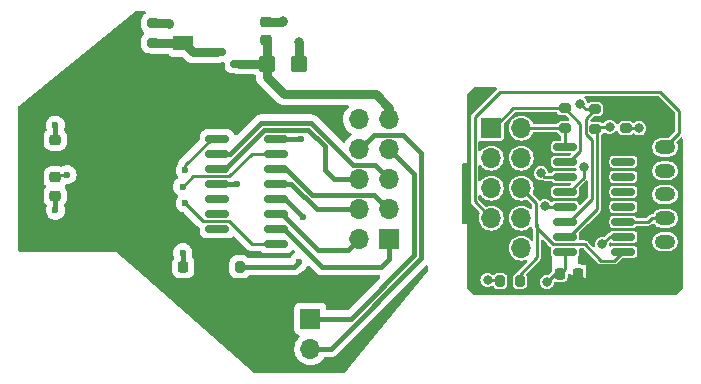
<source format=gbr>
%TF.GenerationSoftware,KiCad,Pcbnew,(6.0.7-1)-1*%
%TF.CreationDate,2022-11-03T17:35:00-04:00*%
%TF.ProjectId,encoder_driver,656e636f-6465-4725-9f64-72697665722e,rev?*%
%TF.SameCoordinates,Original*%
%TF.FileFunction,Copper,L1,Top*%
%TF.FilePolarity,Positive*%
%FSLAX46Y46*%
G04 Gerber Fmt 4.6, Leading zero omitted, Abs format (unit mm)*
G04 Created by KiCad (PCBNEW (6.0.7-1)-1) date 2022-11-03 17:35:00*
%MOMM*%
%LPD*%
G01*
G04 APERTURE LIST*
G04 Aperture macros list*
%AMRoundRect*
0 Rectangle with rounded corners*
0 $1 Rounding radius*
0 $2 $3 $4 $5 $6 $7 $8 $9 X,Y pos of 4 corners*
0 Add a 4 corners polygon primitive as box body*
4,1,4,$2,$3,$4,$5,$6,$7,$8,$9,$2,$3,0*
0 Add four circle primitives for the rounded corners*
1,1,$1+$1,$2,$3*
1,1,$1+$1,$4,$5*
1,1,$1+$1,$6,$7*
1,1,$1+$1,$8,$9*
0 Add four rect primitives between the rounded corners*
20,1,$1+$1,$2,$3,$4,$5,0*
20,1,$1+$1,$4,$5,$6,$7,0*
20,1,$1+$1,$6,$7,$8,$9,0*
20,1,$1+$1,$8,$9,$2,$3,0*%
G04 Aperture macros list end*
%TA.AperFunction,ComponentPad*%
%ADD10RoundRect,0.250000X-0.625000X0.350000X-0.625000X-0.350000X0.625000X-0.350000X0.625000X0.350000X0*%
%TD*%
%TA.AperFunction,ComponentPad*%
%ADD11O,1.750000X1.200000*%
%TD*%
%TA.AperFunction,SMDPad,CuDef*%
%ADD12RoundRect,0.150000X-0.825000X-0.150000X0.825000X-0.150000X0.825000X0.150000X-0.825000X0.150000X0*%
%TD*%
%TA.AperFunction,ComponentPad*%
%ADD13R,1.700000X1.700000*%
%TD*%
%TA.AperFunction,ComponentPad*%
%ADD14O,1.700000X1.700000*%
%TD*%
%TA.AperFunction,SMDPad,CuDef*%
%ADD15RoundRect,0.225000X0.250000X-0.225000X0.250000X0.225000X-0.250000X0.225000X-0.250000X-0.225000X0*%
%TD*%
%TA.AperFunction,SMDPad,CuDef*%
%ADD16RoundRect,0.200000X-0.275000X0.200000X-0.275000X-0.200000X0.275000X-0.200000X0.275000X0.200000X0*%
%TD*%
%TA.AperFunction,SMDPad,CuDef*%
%ADD17RoundRect,0.200000X0.275000X-0.200000X0.275000X0.200000X-0.275000X0.200000X-0.275000X-0.200000X0*%
%TD*%
%TA.AperFunction,SMDPad,CuDef*%
%ADD18RoundRect,0.150000X0.825000X0.150000X-0.825000X0.150000X-0.825000X-0.150000X0.825000X-0.150000X0*%
%TD*%
%TA.AperFunction,SMDPad,CuDef*%
%ADD19RoundRect,0.200000X-0.200000X-0.275000X0.200000X-0.275000X0.200000X0.275000X-0.200000X0.275000X0*%
%TD*%
%TA.AperFunction,SMDPad,CuDef*%
%ADD20RoundRect,0.150000X-0.587500X-0.150000X0.587500X-0.150000X0.587500X0.150000X-0.587500X0.150000X0*%
%TD*%
%TA.AperFunction,SMDPad,CuDef*%
%ADD21RoundRect,0.200000X0.200000X0.275000X-0.200000X0.275000X-0.200000X-0.275000X0.200000X-0.275000X0*%
%TD*%
%TA.AperFunction,SMDPad,CuDef*%
%ADD22RoundRect,0.225000X0.225000X0.250000X-0.225000X0.250000X-0.225000X-0.250000X0.225000X-0.250000X0*%
%TD*%
%TA.AperFunction,SMDPad,CuDef*%
%ADD23R,1.700000X1.300000*%
%TD*%
%TA.AperFunction,SMDPad,CuDef*%
%ADD24RoundRect,0.225000X-0.250000X0.225000X-0.250000X-0.225000X0.250000X-0.225000X0.250000X0.225000X0*%
%TD*%
%TA.AperFunction,SMDPad,CuDef*%
%ADD25RoundRect,0.250000X-0.450000X-0.425000X0.450000X-0.425000X0.450000X0.425000X-0.450000X0.425000X0*%
%TD*%
%TA.AperFunction,ViaPad*%
%ADD26C,0.800000*%
%TD*%
%TA.AperFunction,ViaPad*%
%ADD27C,0.600000*%
%TD*%
%TA.AperFunction,Conductor*%
%ADD28C,0.250000*%
%TD*%
%TA.AperFunction,Conductor*%
%ADD29C,0.800000*%
%TD*%
%TA.AperFunction,Conductor*%
%ADD30C,0.400000*%
%TD*%
G04 APERTURE END LIST*
D10*
%TO.P,J3,1,Pin_1*%
%TO.N,_+5*%
X147225000Y-70475000D03*
D11*
%TO.P,J3,2,Pin_2*%
%TO.N,TEMP*%
X147225000Y-72475000D03*
%TO.P,J3,3,Pin_3*%
%TO.N,ENC_C*%
X147225000Y-74475000D03*
%TO.P,J3,4,Pin_4*%
%TO.N,ENC_B*%
X147225000Y-76475000D03*
%TO.P,J3,5,Pin_5*%
%TO.N,ENC_A*%
X147225000Y-78475000D03*
%TO.P,J3,6,Pin_6*%
%TO.N,_GND*%
X147225000Y-80475000D03*
%TD*%
D12*
%TO.P,U3,1,1B*%
%TO.N,Net-(J2-Pad2)*%
X138750000Y-72430000D03*
%TO.P,U3,2,1A*%
%TO.N,Net-(J2-Pad1)*%
X138750000Y-73700000D03*
%TO.P,U3,3,1Y*%
%TO.N,ENC_C*%
X138750000Y-74970000D03*
%TO.P,U3,4,G*%
%TO.N,Net-(R6-Pad1)*%
X138750000Y-76240000D03*
%TO.P,U3,5,2Y*%
%TO.N,ENC_B*%
X138750000Y-77510000D03*
%TO.P,U3,6,2A*%
%TO.N,Net-(J2-Pad3)*%
X138750000Y-78780000D03*
%TO.P,U3,7,2B*%
%TO.N,Net-(J2-Pad4)*%
X138750000Y-80050000D03*
%TO.P,U3,8,GND*%
%TO.N,_GND*%
X138750000Y-81320000D03*
%TO.P,U3,9,3B*%
%TO.N,Net-(J2-Pad6)*%
X143700000Y-81320000D03*
%TO.P,U3,10,3A*%
%TO.N,Net-(J2-Pad5)*%
X143700000Y-80050000D03*
%TO.P,U3,11,3Y*%
%TO.N,ENC_A*%
X143700000Y-78780000D03*
%TO.P,U3,12,~{G}*%
%TO.N,unconnected-(U3-Pad12)*%
X143700000Y-77510000D03*
%TO.P,U3,13,4Y*%
%TO.N,unconnected-(U3-Pad13)*%
X143700000Y-76240000D03*
%TO.P,U3,14,4A*%
%TO.N,unconnected-(U3-Pad14)*%
X143700000Y-74970000D03*
%TO.P,U3,15,4B*%
%TO.N,unconnected-(U3-Pad15)*%
X143700000Y-73700000D03*
%TO.P,U3,16,VDD*%
%TO.N,_+5*%
X143700000Y-72430000D03*
%TD*%
D13*
%TO.P,J1,1,Pin_1*%
%TO.N,Net-(J1-Pad1)*%
X123875000Y-80275000D03*
D14*
%TO.P,J1,2,Pin_2*%
%TO.N,Net-(J1-Pad2)*%
X121335000Y-80275000D03*
%TO.P,J1,3,Pin_3*%
%TO.N,Net-(J1-Pad3)*%
X123875000Y-77735000D03*
%TO.P,J1,4,Pin_4*%
%TO.N,Net-(J1-Pad4)*%
X121335000Y-77735000D03*
%TO.P,J1,5,Pin_5*%
%TO.N,Net-(J1-Pad5)*%
X123875000Y-75195000D03*
%TO.P,J1,6,Pin_6*%
%TO.N,Net-(J1-Pad6)*%
X121335000Y-75195000D03*
%TO.P,J1,7,Pin_7*%
%TO.N,Net-(J1-Pad7)*%
X123875000Y-72655000D03*
%TO.P,J1,8,Pin_8*%
%TO.N,Net-(J1-Pad8)*%
X121335000Y-72655000D03*
%TO.P,J1,9,Pin_9*%
%TO.N,VIN*%
X123875000Y-70115000D03*
%TO.P,J1,10,Pin_10*%
%TO.N,GND*%
X121335000Y-70115000D03*
%TD*%
D15*
%TO.P,C4,2*%
%TO.N,GND*%
X113450000Y-61850000D03*
%TO.P,C4,1*%
%TO.N,VIN*%
X113450000Y-63400000D03*
%TD*%
D16*
%TO.P,R4,1*%
%TO.N,Net-(J2-Pad3)*%
X141325000Y-69250000D03*
%TO.P,R4,2*%
%TO.N,Net-(J2-Pad4)*%
X141325000Y-70900000D03*
%TD*%
D17*
%TO.P,R6,2*%
%TO.N,_+5*%
X143910000Y-69185000D03*
%TO.P,R6,1*%
%TO.N,Net-(R6-Pad1)*%
X143910000Y-70835000D03*
%TD*%
D18*
%TO.P,U2,1,1A*%
%TO.N,Net-(U1-Pad6)*%
X114275000Y-80645000D03*
%TO.P,U2,2,1Y*%
%TO.N,Net-(J1-Pad1)*%
X114275000Y-79375000D03*
%TO.P,U2,3,1Z*%
%TO.N,Net-(J1-Pad2)*%
X114275000Y-78105000D03*
%TO.P,U2,4,G*%
%TO.N,Net-(R2-Pad1)*%
X114275000Y-76835000D03*
%TO.P,U2,5,2Z*%
%TO.N,Net-(J1-Pad4)*%
X114275000Y-75565000D03*
%TO.P,U2,6,2Y*%
%TO.N,Net-(J1-Pad3)*%
X114275000Y-74295000D03*
%TO.P,U2,7,2A*%
%TO.N,Net-(U1-Pad4)*%
X114275000Y-73025000D03*
%TO.P,U2,8,GND*%
%TO.N,GND*%
X114275000Y-71755000D03*
%TO.P,U2,9,3A*%
%TO.N,Net-(U1-Pad3)*%
X109325000Y-71755000D03*
%TO.P,U2,10,3Y*%
%TO.N,Net-(J1-Pad5)*%
X109325000Y-73025000D03*
%TO.P,U2,11,3Z*%
%TO.N,Net-(J1-Pad6)*%
X109325000Y-74295000D03*
%TO.P,U2,12,~{G}*%
%TO.N,GND*%
X109325000Y-75565000D03*
%TO.P,U2,13,4Z*%
%TO.N,unconnected-(U2-Pad13)*%
X109325000Y-76835000D03*
%TO.P,U2,14,4Y*%
%TO.N,unconnected-(U2-Pad14)*%
X109325000Y-78105000D03*
%TO.P,U2,15,4A*%
%TO.N,unconnected-(U2-Pad15)*%
X109325000Y-79375000D03*
%TO.P,U2,16,VDD*%
%TO.N,+5V*%
X109325000Y-80645000D03*
%TD*%
D15*
%TO.P,C1,2*%
%TO.N,GND*%
X95600000Y-71825000D03*
%TO.P,C1,1*%
%TO.N,+5V*%
X95600000Y-73375000D03*
%TD*%
D14*
%TO.P,J4,2,Pin_2*%
%TO.N,Net-(J1-Pad8)*%
X117200000Y-89540000D03*
D13*
%TO.P,J4,1,Pin_1*%
%TO.N,Net-(J1-Pad7)*%
X117200000Y-87000000D03*
%TD*%
D19*
%TO.P,R5,1*%
%TO.N,Net-(J2-Pad5)*%
X133275000Y-83800000D03*
%TO.P,R5,2*%
%TO.N,Net-(J2-Pad6)*%
X134925000Y-83800000D03*
%TD*%
D20*
%TO.P,Q1,1,G*%
%TO.N,Net-(D1-Pad2)*%
X109312500Y-64450000D03*
%TO.P,Q1,2,S*%
%TO.N,+5V*%
X109312500Y-66350000D03*
%TO.P,Q1,3,D*%
%TO.N,VIN*%
X111187500Y-65400000D03*
%TD*%
D21*
%TO.P,R2,1*%
%TO.N,Net-(R2-Pad1)*%
X111225000Y-82600000D03*
%TO.P,R2,2*%
%TO.N,+5V*%
X109575000Y-82600000D03*
%TD*%
D22*
%TO.P,C2,1*%
%TO.N,+5V*%
X107975000Y-82600000D03*
%TO.P,C2,2*%
%TO.N,GND*%
X106425000Y-82600000D03*
%TD*%
D23*
%TO.P,D1,1,K*%
%TO.N,+5V*%
X106450000Y-67150000D03*
%TO.P,D1,2,A*%
%TO.N,Net-(D1-Pad2)*%
X106450000Y-63650000D03*
%TD*%
D13*
%TO.P,J2,1,Pin_1*%
%TO.N,Net-(J2-Pad1)*%
X132510000Y-70860000D03*
D14*
%TO.P,J2,2,Pin_2*%
%TO.N,Net-(J2-Pad2)*%
X135050000Y-70860000D03*
%TO.P,J2,3,Pin_3*%
%TO.N,Net-(J2-Pad3)*%
X132510000Y-73400000D03*
%TO.P,J2,4,Pin_4*%
%TO.N,Net-(J2-Pad4)*%
X135050000Y-73400000D03*
%TO.P,J2,5,Pin_5*%
%TO.N,Net-(J2-Pad5)*%
X132510000Y-75940000D03*
%TO.P,J2,6,Pin_6*%
%TO.N,Net-(J2-Pad6)*%
X135050000Y-75940000D03*
%TO.P,J2,7,Pin_7*%
%TO.N,TEMP*%
X132510000Y-78480000D03*
%TO.P,J2,8,Pin_8*%
%TO.N,_GND*%
X135050000Y-78480000D03*
%TO.P,J2,9,Pin_9*%
%TO.N,_+5*%
X132510000Y-81020000D03*
%TO.P,J2,10,Pin_10*%
%TO.N,_GND*%
X135050000Y-81020000D03*
%TD*%
D16*
%TO.P,R3,1*%
%TO.N,Net-(J2-Pad1)*%
X138725000Y-69185000D03*
%TO.P,R3,2*%
%TO.N,Net-(J2-Pad2)*%
X138725000Y-70835000D03*
%TD*%
D24*
%TO.P,C6,2*%
%TO.N,GND*%
X95600000Y-76575000D03*
%TO.P,C6,1*%
%TO.N,Net-(C6-Pad1)*%
X95600000Y-75025000D03*
%TD*%
D22*
%TO.P,C3,2*%
%TO.N,_GND*%
X138325000Y-83210000D03*
%TO.P,C3,1*%
%TO.N,_+5*%
X139875000Y-83210000D03*
%TD*%
D25*
%TO.P,C5,1*%
%TO.N,VIN*%
X113500000Y-65400000D03*
%TO.P,C5,2*%
%TO.N,GND*%
X116200000Y-65400000D03*
%TD*%
D17*
%TO.P,R1,2*%
%TO.N,GND*%
X103850000Y-61975000D03*
%TO.P,R1,1*%
%TO.N,Net-(D1-Pad2)*%
X103850000Y-63625000D03*
%TD*%
D26*
%TO.N,Net-(J2-Pad5)*%
X141900000Y-80700000D03*
X132200000Y-83700000D03*
D27*
%TO.N,+5V*%
X96600000Y-73600000D03*
D26*
%TO.N,GND*%
X114850000Y-61800000D03*
D27*
X95600000Y-77800000D03*
X106400000Y-81400000D03*
D26*
X105250000Y-62000000D03*
X116250000Y-63600000D03*
D27*
X116400000Y-71800000D03*
X111000000Y-75600000D03*
X95600000Y-70600000D03*
%TO.N,Net-(C6-Pad1)*%
X96600000Y-74800000D03*
D26*
%TO.N,Net-(J2-Pad3)*%
X140025000Y-68775000D03*
%TO.N,Net-(J2-Pad4)*%
X142525000Y-70775000D03*
%TO.N,ENC_C*%
X136725000Y-74675000D03*
%TO.N,ENC_B*%
X137025000Y-77475000D03*
%TO.N,_GND*%
X137225000Y-83875000D03*
D27*
%TO.N,Net-(R2-Pad1)*%
X116600000Y-78400000D03*
X116200000Y-82200000D03*
D26*
%TO.N,Net-(R6-Pad1)*%
X140325000Y-74175000D03*
X145025000Y-70875000D03*
D27*
%TO.N,Net-(U1-Pad3)*%
X106600000Y-74400000D03*
%TO.N,Net-(U1-Pad4)*%
X106400000Y-75800000D03*
%TO.N,Net-(U1-Pad6)*%
X106600000Y-77200000D03*
%TD*%
D28*
%TO.N,Net-(J2-Pad5)*%
X143700000Y-80050000D02*
X142550000Y-80050000D01*
X142550000Y-80050000D02*
X141900000Y-80700000D01*
%TO.N,Net-(J2-Pad6)*%
X134925000Y-83275000D02*
X136400000Y-81800000D01*
X136300000Y-78900000D02*
X136300000Y-79246751D01*
X134925000Y-83800000D02*
X134925000Y-83275000D01*
X136300000Y-77190000D02*
X136300000Y-78900000D01*
X136400000Y-79000000D02*
X136300000Y-78900000D01*
X136400000Y-81800000D02*
X136400000Y-79000000D01*
%TO.N,Net-(J2-Pad5)*%
X132200000Y-83700000D02*
X133175000Y-83700000D01*
X133175000Y-83700000D02*
X133275000Y-83800000D01*
%TO.N,Net-(J2-Pad6)*%
X135050000Y-75940000D02*
X136300000Y-77190000D01*
X136300000Y-79246751D02*
X137748249Y-80695000D01*
X140445000Y-80695000D02*
X141825000Y-82075000D01*
X137748249Y-80695000D02*
X140445000Y-80695000D01*
D29*
%TO.N,VIN*%
X113500000Y-65400000D02*
X111187500Y-65400000D01*
X113500000Y-65400000D02*
X113500000Y-63450000D01*
X113500000Y-63450000D02*
X113450000Y-63400000D01*
D28*
%TO.N,TEMP*%
X132510000Y-78480000D02*
X131098557Y-77068557D01*
X131098557Y-69939999D02*
X133263556Y-67775000D01*
X133263556Y-67775000D02*
X146825000Y-67775000D01*
X146825000Y-67775000D02*
X148425000Y-69375000D01*
X131098557Y-77068557D02*
X131098557Y-69939999D01*
X148425000Y-69375000D02*
X148425000Y-71275000D01*
X148425000Y-71275000D02*
X147225000Y-72475000D01*
%TO.N,ENC_A*%
X143700000Y-78780000D02*
X145820000Y-78780000D01*
X145820000Y-78780000D02*
X146125000Y-78475000D01*
X146125000Y-78475000D02*
X147225000Y-78475000D01*
%TO.N,+5V*%
X96600000Y-73600000D02*
X95825000Y-73600000D01*
D30*
X109575000Y-80895000D02*
X109325000Y-80645000D01*
D28*
X95825000Y-73600000D02*
X95600000Y-73375000D01*
D30*
X109575000Y-82600000D02*
X109575000Y-80895000D01*
X109575000Y-82600000D02*
X107975000Y-82600000D01*
D29*
X108512500Y-67150000D02*
X109312500Y-66350000D01*
X106450000Y-67150000D02*
X108512500Y-67150000D01*
D30*
%TO.N,GND*%
X110965000Y-75565000D02*
X111000000Y-75600000D01*
D29*
X105225000Y-61975000D02*
X105250000Y-62000000D01*
X116200000Y-63650000D02*
X116250000Y-63600000D01*
X116200000Y-65400000D02*
X116200000Y-63650000D01*
D30*
X106425000Y-82600000D02*
X106425000Y-81425000D01*
X116355000Y-71755000D02*
X116400000Y-71800000D01*
D29*
X113450000Y-61850000D02*
X114800000Y-61850000D01*
X103850000Y-61975000D02*
X105225000Y-61975000D01*
D30*
X114275000Y-71755000D02*
X116355000Y-71755000D01*
X109325000Y-75565000D02*
X110965000Y-75565000D01*
X106425000Y-81425000D02*
X106400000Y-81400000D01*
X95600000Y-76575000D02*
X95600000Y-77800000D01*
X95600000Y-71825000D02*
X95600000Y-70600000D01*
D29*
X114800000Y-61850000D02*
X114850000Y-61800000D01*
D28*
%TO.N,_+5*%
X139875000Y-83210000D02*
X139875000Y-83425000D01*
D29*
%TO.N,VIN*%
X123875000Y-70115000D02*
X123875000Y-69125000D01*
X115000000Y-68000000D02*
X122750000Y-68000000D01*
X122750000Y-68000000D02*
X123875000Y-69125000D01*
X113500000Y-65400000D02*
X113500000Y-66500000D01*
X113500000Y-66500000D02*
X115000000Y-68000000D01*
D28*
%TO.N,Net-(C6-Pad1)*%
X96600000Y-74800000D02*
X95825000Y-74800000D01*
X95825000Y-74800000D02*
X95600000Y-75025000D01*
D29*
%TO.N,Net-(D1-Pad2)*%
X106450000Y-63650000D02*
X103875000Y-63650000D01*
X107250000Y-64450000D02*
X106450000Y-63650000D01*
X109312500Y-64450000D02*
X107250000Y-64450000D01*
X103875000Y-63650000D02*
X103850000Y-63625000D01*
D30*
%TO.N,Net-(J1-Pad1)*%
X123200000Y-82600000D02*
X123875000Y-81925000D01*
X123875000Y-81925000D02*
X123875000Y-80275000D01*
X114975000Y-79375000D02*
X118200000Y-82600000D01*
X114275000Y-79375000D02*
X114975000Y-79375000D01*
X118200000Y-82600000D02*
X123200000Y-82600000D01*
%TO.N,Net-(J1-Pad2)*%
X117852817Y-81200000D02*
X120410000Y-81200000D01*
X114757817Y-78105000D02*
X117852817Y-81200000D01*
X120410000Y-81200000D02*
X121335000Y-80275000D01*
X114275000Y-78105000D02*
X114757817Y-78105000D01*
%TO.N,Net-(J1-Pad3)*%
X123875000Y-77735000D02*
X122625000Y-76485000D01*
X122625000Y-76485000D02*
X117333528Y-76485000D01*
X117333528Y-76485000D02*
X115143528Y-74295000D01*
X115143528Y-74295000D02*
X114275000Y-74295000D01*
%TO.N,Net-(J1-Pad4)*%
X121335000Y-77735000D02*
X117735000Y-77735000D01*
X115565000Y-75565000D02*
X114275000Y-75565000D01*
X117735000Y-77735000D02*
X115565000Y-75565000D01*
%TO.N,Net-(J1-Pad5)*%
X122145000Y-73945000D02*
X120793528Y-73945000D01*
X123875000Y-75195000D02*
X122680000Y-74000000D01*
X120793528Y-73945000D02*
X117248528Y-70400000D01*
X122200000Y-74000000D02*
X122145000Y-73945000D01*
X113028655Y-70400000D02*
X110403655Y-73025000D01*
X122680000Y-74000000D02*
X122200000Y-74000000D01*
X117248528Y-70400000D02*
X113028655Y-70400000D01*
X110403655Y-73025000D02*
X109325000Y-73025000D01*
%TO.N,Net-(J1-Pad6)*%
X118400000Y-74400000D02*
X119195000Y-75195000D01*
X109325000Y-74295000D02*
X109982183Y-74295000D01*
X109982183Y-74295000D02*
X113277183Y-71000000D01*
X113277183Y-71000000D02*
X117000000Y-71000000D01*
X117000000Y-71000000D02*
X118400000Y-72400000D01*
X119195000Y-75195000D02*
X121335000Y-75195000D01*
X118400000Y-72400000D02*
X118400000Y-74400000D01*
%TO.N,Net-(J1-Pad7)*%
X126000000Y-81600000D02*
X120600000Y-87000000D01*
X120600000Y-87000000D02*
X117200000Y-87000000D01*
X123875000Y-72655000D02*
X126000000Y-74780000D01*
X126000000Y-74780000D02*
X126000000Y-81600000D01*
%TO.N,Net-(J1-Pad8)*%
X122590000Y-71400000D02*
X121335000Y-72655000D01*
X126600000Y-81848528D02*
X126600000Y-73000000D01*
X118908528Y-89540000D02*
X126600000Y-81848528D01*
X126600000Y-73000000D02*
X125000000Y-71400000D01*
X125000000Y-71400000D02*
X122590000Y-71400000D01*
X117200000Y-89540000D02*
X118908528Y-89540000D01*
D28*
%TO.N,Net-(J2-Pad1)*%
X138750000Y-73700000D02*
X139126751Y-73700000D01*
X140050000Y-72776751D02*
X140050000Y-70510000D01*
X139126751Y-73700000D02*
X140050000Y-72776751D01*
X134385000Y-69185000D02*
X132735000Y-70835000D01*
X140050000Y-70510000D02*
X138725000Y-69185000D01*
X138725000Y-69185000D02*
X134385000Y-69185000D01*
%TO.N,Net-(J2-Pad2)*%
X135275000Y-70835000D02*
X138725000Y-70835000D01*
X138725000Y-70835000D02*
X138725000Y-72405000D01*
X138725000Y-72405000D02*
X138750000Y-72430000D01*
%TO.N,Net-(J2-Pad3)*%
X140525000Y-70050000D02*
X141325000Y-69250000D01*
X141325000Y-69250000D02*
X140500000Y-69250000D01*
X140525000Y-71375000D02*
X140525000Y-70050000D01*
X140500000Y-69250000D02*
X140025000Y-68775000D01*
X141050000Y-76856751D02*
X141050000Y-71900000D01*
X139126751Y-78780000D02*
X141050000Y-76856751D01*
X138750000Y-78780000D02*
X139126751Y-78780000D01*
X141050000Y-71900000D02*
X140525000Y-71375000D01*
%TO.N,Net-(J2-Pad4)*%
X141450000Y-70775000D02*
X141325000Y-70900000D01*
X141500000Y-77676750D02*
X141500000Y-71075000D01*
X139126751Y-80050000D02*
X141500000Y-77676750D01*
X138750000Y-80050000D02*
X139126751Y-80050000D01*
X141500000Y-71075000D02*
X141325000Y-70900000D01*
X142525000Y-70775000D02*
X141450000Y-70775000D01*
%TO.N,Net-(J2-Pad6)*%
X141825000Y-82075000D02*
X142945000Y-82075000D01*
X142945000Y-82075000D02*
X143700000Y-81320000D01*
%TO.N,ENC_C*%
X138750000Y-74970000D02*
X137020000Y-74970000D01*
X137020000Y-74970000D02*
X136725000Y-74675000D01*
%TO.N,ENC_B*%
X137060000Y-77510000D02*
X137025000Y-77475000D01*
X138750000Y-77510000D02*
X137060000Y-77510000D01*
%TO.N,_GND*%
X138750000Y-82785000D02*
X138325000Y-83210000D01*
X138325000Y-83210000D02*
X137890000Y-83210000D01*
X138750000Y-81320000D02*
X138750000Y-82785000D01*
X137890000Y-83210000D02*
X137225000Y-83875000D01*
D30*
%TO.N,Net-(R2-Pad1)*%
X115800000Y-82600000D02*
X116200000Y-82200000D01*
X114275000Y-76835000D02*
X115035000Y-76835000D01*
X111225000Y-82600000D02*
X115800000Y-82600000D01*
X115035000Y-76835000D02*
X116600000Y-78400000D01*
D28*
%TO.N,Net-(R6-Pad1)*%
X138750000Y-76240000D02*
X139126751Y-76240000D01*
X140325000Y-75041751D02*
X139126751Y-76240000D01*
X145025000Y-70875000D02*
X143950000Y-70875000D01*
X140325000Y-74175000D02*
X140325000Y-75041751D01*
X143950000Y-70875000D02*
X143910000Y-70835000D01*
%TO.N,Net-(U1-Pad3)*%
X108845000Y-71755000D02*
X106600000Y-74000000D01*
X109325000Y-71755000D02*
X108845000Y-71755000D01*
X106600000Y-74000000D02*
X106600000Y-74400000D01*
%TO.N,Net-(U1-Pad4)*%
X114275000Y-73025000D02*
X112241751Y-73025000D01*
X107260000Y-74940000D02*
X106400000Y-75800000D01*
X112241751Y-73025000D02*
X110326751Y-74940000D01*
X110326751Y-74940000D02*
X107260000Y-74940000D01*
%TO.N,Net-(U1-Pad6)*%
X110330000Y-78730000D02*
X108130000Y-78730000D01*
X108130000Y-78730000D02*
X106600000Y-77200000D01*
X114275000Y-80645000D02*
X112245000Y-80645000D01*
X112245000Y-80645000D02*
X110330000Y-78730000D01*
%TD*%
%TA.AperFunction,Conductor*%
%TO.N,+5V*%
G36*
X103233721Y-60941295D02*
G01*
X103280214Y-60994951D01*
X103290318Y-61065225D01*
X103260824Y-61129805D01*
X103230871Y-61155069D01*
X103202981Y-61171960D01*
X103134619Y-61213361D01*
X103013361Y-61334619D01*
X102924528Y-61481301D01*
X102922257Y-61488548D01*
X102922256Y-61488550D01*
X102918761Y-61499703D01*
X102873247Y-61644938D01*
X102866500Y-61718365D01*
X102866501Y-62231634D01*
X102866764Y-62234492D01*
X102866764Y-62234501D01*
X102867508Y-62242595D01*
X102873247Y-62305062D01*
X102875246Y-62311440D01*
X102875246Y-62311441D01*
X102922195Y-62461253D01*
X102924528Y-62468699D01*
X103013361Y-62615381D01*
X103108885Y-62710905D01*
X103142911Y-62773217D01*
X103137846Y-62844032D01*
X103108885Y-62889095D01*
X103013361Y-62984619D01*
X102924528Y-63131301D01*
X102922257Y-63138548D01*
X102922256Y-63138550D01*
X102909349Y-63179738D01*
X102873247Y-63294938D01*
X102866500Y-63368365D01*
X102866501Y-63881634D01*
X102866764Y-63884492D01*
X102866764Y-63884501D01*
X102867563Y-63893193D01*
X102873247Y-63955062D01*
X102875246Y-63961440D01*
X102875246Y-63961441D01*
X102912631Y-64080735D01*
X102924528Y-64118699D01*
X103013361Y-64265381D01*
X103134619Y-64386639D01*
X103281301Y-64475472D01*
X103288548Y-64477743D01*
X103288550Y-64477744D01*
X103332446Y-64491500D01*
X103444938Y-64526753D01*
X103518365Y-64533500D01*
X103634210Y-64533500D01*
X103673146Y-64539667D01*
X103685072Y-64543542D01*
X103691640Y-64544232D01*
X103691644Y-64544233D01*
X103699061Y-64545012D01*
X103718508Y-64548616D01*
X103732096Y-64552257D01*
X103738695Y-64552603D01*
X103738696Y-64552603D01*
X103800385Y-64555836D01*
X103806960Y-64556353D01*
X103821222Y-64557852D01*
X103827390Y-64558500D01*
X103847925Y-64558500D01*
X103854519Y-64558673D01*
X103916217Y-64561907D01*
X103916222Y-64561907D01*
X103922809Y-64562252D01*
X103936707Y-64560051D01*
X103956416Y-64558500D01*
X105095198Y-64558500D01*
X105163319Y-64578502D01*
X105196024Y-64608935D01*
X105236739Y-64663261D01*
X105353295Y-64750615D01*
X105489684Y-64801745D01*
X105551866Y-64808500D01*
X106271497Y-64808500D01*
X106339618Y-64828502D01*
X106360592Y-64845405D01*
X106550019Y-65034832D01*
X106562860Y-65049865D01*
X106571134Y-65061253D01*
X106576043Y-65065673D01*
X106621959Y-65107016D01*
X106626744Y-65111557D01*
X106641259Y-65126072D01*
X106643823Y-65128148D01*
X106657216Y-65138994D01*
X106662231Y-65143278D01*
X106708145Y-65184619D01*
X106708150Y-65184623D01*
X106713056Y-65189040D01*
X106718772Y-65192340D01*
X106718776Y-65192343D01*
X106725237Y-65196073D01*
X106741533Y-65207273D01*
X106752470Y-65216129D01*
X106758348Y-65219124D01*
X106758351Y-65219126D01*
X106813426Y-65247188D01*
X106819223Y-65250336D01*
X106833364Y-65258500D01*
X106878444Y-65284527D01*
X106891826Y-65288875D01*
X106910085Y-65296438D01*
X106922630Y-65302830D01*
X106929000Y-65304537D01*
X106929003Y-65304538D01*
X106968074Y-65315007D01*
X106988712Y-65320537D01*
X106995025Y-65322407D01*
X107060072Y-65343542D01*
X107074075Y-65345014D01*
X107093504Y-65348615D01*
X107107097Y-65352257D01*
X107113694Y-65352603D01*
X107113696Y-65352603D01*
X107175384Y-65355836D01*
X107181958Y-65356353D01*
X107199116Y-65358156D01*
X107199118Y-65358156D01*
X107202390Y-65358500D01*
X107222926Y-65358500D01*
X107229520Y-65358673D01*
X107291218Y-65361907D01*
X107291223Y-65361907D01*
X107297810Y-65362252D01*
X107311708Y-65360051D01*
X107331417Y-65358500D01*
X109360110Y-65358500D01*
X109454142Y-65348617D01*
X109495865Y-65344232D01*
X109495867Y-65344232D01*
X109502428Y-65343542D01*
X109684056Y-65284527D01*
X109699898Y-65275380D01*
X109762897Y-65258500D01*
X109815500Y-65258500D01*
X109883621Y-65278502D01*
X109930114Y-65332158D01*
X109941500Y-65384500D01*
X109941500Y-65616502D01*
X109944438Y-65653831D01*
X109990855Y-65813601D01*
X109994892Y-65820427D01*
X110071509Y-65949980D01*
X110071511Y-65949983D01*
X110075547Y-65956807D01*
X110193193Y-66074453D01*
X110200017Y-66078489D01*
X110200020Y-66078491D01*
X110298137Y-66136517D01*
X110336399Y-66159145D01*
X110344010Y-66161356D01*
X110344012Y-66161357D01*
X110396231Y-66176528D01*
X110496169Y-66205562D01*
X110502574Y-66206066D01*
X110502579Y-66206067D01*
X110531042Y-66208307D01*
X110531050Y-66208307D01*
X110533498Y-66208500D01*
X110737103Y-66208500D01*
X110800102Y-66225380D01*
X110815944Y-66234527D01*
X110997572Y-66293542D01*
X111004133Y-66294232D01*
X111004135Y-66294232D01*
X111052813Y-66299348D01*
X111139890Y-66308500D01*
X112408563Y-66308500D01*
X112476684Y-66328502D01*
X112497581Y-66345327D01*
X112552542Y-66400192D01*
X112586621Y-66462474D01*
X112589351Y-66482771D01*
X112591327Y-66520480D01*
X112591500Y-66527074D01*
X112591500Y-66547610D01*
X112591844Y-66550882D01*
X112591844Y-66550884D01*
X112593647Y-66568042D01*
X112594164Y-66574616D01*
X112596926Y-66627308D01*
X112597743Y-66642903D01*
X112599453Y-66649284D01*
X112599453Y-66649286D01*
X112601383Y-66656491D01*
X112604985Y-66675925D01*
X112605766Y-66683354D01*
X112605768Y-66683363D01*
X112606458Y-66689928D01*
X112627600Y-66754997D01*
X112629467Y-66761299D01*
X112647171Y-66827370D01*
X112653559Y-66839907D01*
X112661125Y-66858173D01*
X112665473Y-66871556D01*
X112668776Y-66877278D01*
X112668777Y-66877279D01*
X112699667Y-66930782D01*
X112702814Y-66936577D01*
X112733871Y-66997530D01*
X112738024Y-67002658D01*
X112738025Y-67002660D01*
X112742727Y-67008466D01*
X112753927Y-67024763D01*
X112757657Y-67031224D01*
X112757660Y-67031228D01*
X112760960Y-67036944D01*
X112765377Y-67041850D01*
X112765381Y-67041855D01*
X112806722Y-67087769D01*
X112811006Y-67092784D01*
X112812124Y-67094164D01*
X112823928Y-67108741D01*
X112838443Y-67123256D01*
X112842984Y-67128041D01*
X112888747Y-67178866D01*
X112894086Y-67182745D01*
X112894087Y-67182746D01*
X112900135Y-67187140D01*
X112915168Y-67199981D01*
X114300019Y-68584832D01*
X114312860Y-68599865D01*
X114321134Y-68611253D01*
X114326043Y-68615673D01*
X114371959Y-68657016D01*
X114376744Y-68661557D01*
X114391259Y-68676072D01*
X114393823Y-68678148D01*
X114407216Y-68688994D01*
X114412231Y-68693278D01*
X114458145Y-68734619D01*
X114458150Y-68734623D01*
X114463056Y-68739040D01*
X114468772Y-68742340D01*
X114468776Y-68742343D01*
X114475237Y-68746073D01*
X114491534Y-68757273D01*
X114494566Y-68759728D01*
X114502470Y-68766129D01*
X114539689Y-68785093D01*
X114563421Y-68797185D01*
X114569215Y-68800331D01*
X114628444Y-68834527D01*
X114634726Y-68836568D01*
X114634728Y-68836569D01*
X114641826Y-68838875D01*
X114660092Y-68846440D01*
X114672630Y-68852829D01*
X114679006Y-68854538D01*
X114679010Y-68854539D01*
X114738685Y-68870529D01*
X114745010Y-68872402D01*
X114810072Y-68893542D01*
X114816640Y-68894232D01*
X114816644Y-68894233D01*
X114824061Y-68895012D01*
X114843508Y-68898616D01*
X114857096Y-68902257D01*
X114863695Y-68902603D01*
X114863696Y-68902603D01*
X114925385Y-68905836D01*
X114931960Y-68906353D01*
X114946222Y-68907852D01*
X114952390Y-68908500D01*
X114972925Y-68908500D01*
X114979519Y-68908673D01*
X115041217Y-68911907D01*
X115041222Y-68911907D01*
X115047809Y-68912252D01*
X115061707Y-68910051D01*
X115081416Y-68908500D01*
X120314105Y-68908500D01*
X120382226Y-68928502D01*
X120428719Y-68982158D01*
X120438823Y-69052432D01*
X120405199Y-69121551D01*
X120399354Y-69127668D01*
X120275629Y-69257138D01*
X120149743Y-69441680D01*
X120055688Y-69644305D01*
X119995989Y-69859570D01*
X119972251Y-70081695D01*
X119972548Y-70086848D01*
X119972548Y-70086851D01*
X119978011Y-70181590D01*
X119985110Y-70304715D01*
X119986247Y-70309761D01*
X119986248Y-70309767D01*
X120006119Y-70397939D01*
X120034222Y-70522639D01*
X120054481Y-70572531D01*
X120115984Y-70723995D01*
X120118266Y-70729616D01*
X120234987Y-70920088D01*
X120381250Y-71088938D01*
X120553126Y-71231632D01*
X120623595Y-71272811D01*
X120626445Y-71274476D01*
X120675169Y-71326114D01*
X120688240Y-71395897D01*
X120661509Y-71461669D01*
X120621055Y-71495027D01*
X120608607Y-71501507D01*
X120604474Y-71504610D01*
X120604471Y-71504612D01*
X120453206Y-71618185D01*
X120429965Y-71635635D01*
X120275629Y-71797138D01*
X120149743Y-71981680D01*
X120147565Y-71986371D01*
X120147561Y-71986379D01*
X120124972Y-72035045D01*
X120078149Y-72088413D01*
X120009906Y-72107994D01*
X119941910Y-72087571D01*
X119921589Y-72071091D01*
X117769978Y-69919480D01*
X117764124Y-69913215D01*
X117750434Y-69897522D01*
X117726089Y-69869615D01*
X117673808Y-69832871D01*
X117668514Y-69828939D01*
X117624221Y-69794209D01*
X117618246Y-69789524D01*
X117611330Y-69786401D01*
X117609044Y-69785017D01*
X117594363Y-69776643D01*
X117592003Y-69775378D01*
X117585789Y-69771010D01*
X117578710Y-69768250D01*
X117578708Y-69768249D01*
X117526253Y-69747798D01*
X117520184Y-69745247D01*
X117461955Y-69718955D01*
X117454488Y-69717571D01*
X117451933Y-69716770D01*
X117435680Y-69712141D01*
X117433100Y-69711478D01*
X117426019Y-69708718D01*
X117418488Y-69707727D01*
X117418486Y-69707726D01*
X117388867Y-69703827D01*
X117362667Y-69700378D01*
X117356169Y-69699348D01*
X117293342Y-69687704D01*
X117285762Y-69688141D01*
X117285761Y-69688141D01*
X117231136Y-69691291D01*
X117223882Y-69691500D01*
X113057582Y-69691500D01*
X113049013Y-69691208D01*
X112998880Y-69687790D01*
X112998876Y-69687790D01*
X112991303Y-69687274D01*
X112928336Y-69698264D01*
X112921824Y-69699224D01*
X112858413Y-69706898D01*
X112851312Y-69709581D01*
X112848703Y-69710222D01*
X112832383Y-69714687D01*
X112829850Y-69715452D01*
X112822372Y-69716757D01*
X112763845Y-69742448D01*
X112757763Y-69744930D01*
X112737408Y-69752622D01*
X112705104Y-69764828D01*
X112705102Y-69764829D01*
X112697999Y-69767513D01*
X112691740Y-69771814D01*
X112689375Y-69773051D01*
X112674603Y-69781273D01*
X112672311Y-69782628D01*
X112665350Y-69785684D01*
X112659323Y-69790309D01*
X112659319Y-69790311D01*
X112614642Y-69824593D01*
X112609317Y-69828462D01*
X112556674Y-69864643D01*
X112515209Y-69911183D01*
X112510249Y-69916435D01*
X111664534Y-70762151D01*
X110983219Y-71443466D01*
X110920907Y-71477491D01*
X110850092Y-71472427D01*
X110793256Y-71429880D01*
X110773127Y-71389525D01*
X110761356Y-71349010D01*
X110759145Y-71341399D01*
X110723821Y-71281669D01*
X110678491Y-71205020D01*
X110678489Y-71205017D01*
X110674453Y-71198193D01*
X110556807Y-71080547D01*
X110549983Y-71076511D01*
X110549980Y-71076509D01*
X110420427Y-70999892D01*
X110420428Y-70999892D01*
X110413601Y-70995855D01*
X110405990Y-70993644D01*
X110405988Y-70993643D01*
X110331153Y-70971902D01*
X110253831Y-70949438D01*
X110247426Y-70948934D01*
X110247421Y-70948933D01*
X110218958Y-70946693D01*
X110218950Y-70946693D01*
X110216502Y-70946500D01*
X108433498Y-70946500D01*
X108431050Y-70946693D01*
X108431042Y-70946693D01*
X108402579Y-70948933D01*
X108402574Y-70948934D01*
X108396169Y-70949438D01*
X108318847Y-70971902D01*
X108244012Y-70993643D01*
X108244010Y-70993644D01*
X108236399Y-70995855D01*
X108229572Y-70999892D01*
X108229573Y-70999892D01*
X108100020Y-71076509D01*
X108100017Y-71076511D01*
X108093193Y-71080547D01*
X107975547Y-71198193D01*
X107971511Y-71205017D01*
X107971509Y-71205020D01*
X107926179Y-71281669D01*
X107890855Y-71341399D01*
X107888644Y-71349010D01*
X107888643Y-71349012D01*
X107876873Y-71389525D01*
X107844438Y-71501169D01*
X107841500Y-71538498D01*
X107841500Y-71810405D01*
X107821498Y-71878526D01*
X107804595Y-71899500D01*
X106207747Y-73496348D01*
X106199461Y-73503888D01*
X106192982Y-73508000D01*
X106187557Y-73513777D01*
X106146357Y-73557651D01*
X106143602Y-73560493D01*
X106123865Y-73580230D01*
X106121385Y-73583427D01*
X106113682Y-73592447D01*
X106083414Y-73624679D01*
X106079595Y-73631625D01*
X106079593Y-73631628D01*
X106073652Y-73642434D01*
X106062801Y-73658953D01*
X106050386Y-73674959D01*
X106047241Y-73682228D01*
X106047238Y-73682232D01*
X106032826Y-73715537D01*
X106027609Y-73726187D01*
X106006305Y-73764940D01*
X106004334Y-73772615D01*
X106004334Y-73772616D01*
X106001267Y-73784562D01*
X105994863Y-73803266D01*
X105986819Y-73821855D01*
X105985579Y-73829684D01*
X105985578Y-73829687D01*
X105983194Y-73844734D01*
X105964658Y-73893273D01*
X105871235Y-74038238D01*
X105868826Y-74044858D01*
X105868824Y-74044861D01*
X105811606Y-74202066D01*
X105809197Y-74208685D01*
X105786463Y-74388640D01*
X105804163Y-74569160D01*
X105861418Y-74741273D01*
X105865065Y-74747295D01*
X105865066Y-74747297D01*
X105908344Y-74818757D01*
X105955380Y-74896424D01*
X105960270Y-74901488D01*
X105960271Y-74901489D01*
X105984523Y-74926603D01*
X106017454Y-74989500D01*
X106011154Y-75060216D01*
X105967621Y-75116300D01*
X105959932Y-75121430D01*
X105899088Y-75158862D01*
X105894053Y-75163793D01*
X105894050Y-75163795D01*
X105774525Y-75280843D01*
X105769493Y-75285771D01*
X105671235Y-75438238D01*
X105668826Y-75444858D01*
X105668824Y-75444861D01*
X105623462Y-75569493D01*
X105609197Y-75608685D01*
X105586463Y-75788640D01*
X105604163Y-75969160D01*
X105661418Y-76141273D01*
X105665065Y-76147295D01*
X105665066Y-76147297D01*
X105748475Y-76285022D01*
X105755380Y-76296424D01*
X105881382Y-76426902D01*
X105887278Y-76430760D01*
X105961528Y-76479348D01*
X106007577Y-76533385D01*
X106017100Y-76603740D01*
X105987075Y-76668075D01*
X105980693Y-76674803D01*
X105969493Y-76685771D01*
X105871235Y-76838238D01*
X105868826Y-76844858D01*
X105868824Y-76844861D01*
X105827805Y-76957559D01*
X105809197Y-77008685D01*
X105786463Y-77188640D01*
X105804163Y-77369160D01*
X105861418Y-77541273D01*
X105865065Y-77547295D01*
X105865066Y-77547297D01*
X105948203Y-77684573D01*
X105955380Y-77696424D01*
X106081382Y-77826902D01*
X106233159Y-77926222D01*
X106239763Y-77928678D01*
X106239765Y-77928679D01*
X106396558Y-77986990D01*
X106396560Y-77986990D01*
X106403168Y-77989448D01*
X106410153Y-77990380D01*
X106410157Y-77990381D01*
X106447519Y-77995366D01*
X106465186Y-77997723D01*
X106530062Y-78026559D01*
X106537616Y-78033521D01*
X107626348Y-79122253D01*
X107633888Y-79130539D01*
X107638000Y-79137018D01*
X107643777Y-79142443D01*
X107687651Y-79183643D01*
X107690493Y-79186398D01*
X107710230Y-79206135D01*
X107713427Y-79208615D01*
X107722447Y-79216318D01*
X107754679Y-79246586D01*
X107761625Y-79250405D01*
X107761628Y-79250407D01*
X107772434Y-79256348D01*
X107788947Y-79267195D01*
X107792722Y-79270122D01*
X107834291Y-79327676D01*
X107841500Y-79369685D01*
X107841500Y-79591502D01*
X107841693Y-79593950D01*
X107841693Y-79593958D01*
X107842671Y-79606375D01*
X107844438Y-79628831D01*
X107890855Y-79788601D01*
X107894892Y-79795427D01*
X107971509Y-79924980D01*
X107971511Y-79924983D01*
X107975547Y-79931807D01*
X108093193Y-80049453D01*
X108100017Y-80053489D01*
X108100020Y-80053491D01*
X108207589Y-80117107D01*
X108236399Y-80134145D01*
X108244010Y-80136356D01*
X108244012Y-80136357D01*
X108296231Y-80151528D01*
X108396169Y-80180562D01*
X108402574Y-80181066D01*
X108402579Y-80181067D01*
X108431042Y-80183307D01*
X108431050Y-80183307D01*
X108433498Y-80183500D01*
X110216502Y-80183500D01*
X110218950Y-80183307D01*
X110218958Y-80183307D01*
X110247421Y-80181067D01*
X110247426Y-80181066D01*
X110253831Y-80180562D01*
X110353769Y-80151528D01*
X110405988Y-80136357D01*
X110405990Y-80136356D01*
X110413601Y-80134145D01*
X110442411Y-80117107D01*
X110549980Y-80053491D01*
X110549983Y-80053489D01*
X110556807Y-80049453D01*
X110566083Y-80040177D01*
X110628395Y-80006151D01*
X110699210Y-80011216D01*
X110744273Y-80040177D01*
X111741348Y-81037253D01*
X111748888Y-81045539D01*
X111753000Y-81052018D01*
X111758777Y-81057443D01*
X111802651Y-81098643D01*
X111805493Y-81101398D01*
X111825230Y-81121135D01*
X111828427Y-81123615D01*
X111837447Y-81131318D01*
X111869679Y-81161586D01*
X111876625Y-81165405D01*
X111876628Y-81165407D01*
X111887434Y-81171348D01*
X111903953Y-81182199D01*
X111919959Y-81194614D01*
X111927228Y-81197759D01*
X111927232Y-81197762D01*
X111960537Y-81212174D01*
X111971187Y-81217391D01*
X112009940Y-81238695D01*
X112017615Y-81240666D01*
X112017616Y-81240666D01*
X112029562Y-81243733D01*
X112048267Y-81250137D01*
X112066855Y-81258181D01*
X112074678Y-81259420D01*
X112074688Y-81259423D01*
X112110524Y-81265099D01*
X112122144Y-81267505D01*
X112157289Y-81276528D01*
X112164970Y-81278500D01*
X112185224Y-81278500D01*
X112204934Y-81280051D01*
X112224943Y-81283220D01*
X112232835Y-81282474D01*
X112268961Y-81279059D01*
X112280819Y-81278500D01*
X112950050Y-81278500D01*
X113018171Y-81298502D01*
X113031271Y-81309059D01*
X113031325Y-81308989D01*
X113037584Y-81313844D01*
X113043193Y-81319453D01*
X113050017Y-81323489D01*
X113050020Y-81323491D01*
X113117329Y-81363297D01*
X113186399Y-81404145D01*
X113194010Y-81406356D01*
X113194012Y-81406357D01*
X113236694Y-81418757D01*
X113346169Y-81450562D01*
X113352574Y-81451066D01*
X113352579Y-81451067D01*
X113381042Y-81453307D01*
X113381050Y-81453307D01*
X113383498Y-81453500D01*
X115166502Y-81453500D01*
X115168950Y-81453307D01*
X115168958Y-81453307D01*
X115197421Y-81451067D01*
X115197426Y-81451066D01*
X115203831Y-81450562D01*
X115313306Y-81418757D01*
X115355988Y-81406357D01*
X115355990Y-81406356D01*
X115363601Y-81404145D01*
X115432671Y-81363297D01*
X115499980Y-81323491D01*
X115499983Y-81323489D01*
X115506807Y-81319453D01*
X115623050Y-81203210D01*
X115685362Y-81169184D01*
X115756177Y-81174249D01*
X115801240Y-81203210D01*
X115869708Y-81271678D01*
X115903734Y-81333990D01*
X115898669Y-81404805D01*
X115856122Y-81461641D01*
X115846635Y-81468090D01*
X115705095Y-81555166D01*
X115705092Y-81555168D01*
X115699088Y-81558862D01*
X115694053Y-81563793D01*
X115694050Y-81563795D01*
X115574525Y-81680843D01*
X115569493Y-81685771D01*
X115530708Y-81745954D01*
X115474124Y-81833755D01*
X115420410Y-81880180D01*
X115368213Y-81891500D01*
X112045710Y-81891500D01*
X111977589Y-81871498D01*
X111956615Y-81854595D01*
X111865381Y-81763361D01*
X111718699Y-81674528D01*
X111711452Y-81672257D01*
X111711450Y-81672256D01*
X111597556Y-81636564D01*
X111555062Y-81623247D01*
X111481635Y-81616500D01*
X111478737Y-81616500D01*
X111224335Y-81616501D01*
X110968366Y-81616501D01*
X110965508Y-81616764D01*
X110965499Y-81616764D01*
X110929996Y-81620026D01*
X110894938Y-81623247D01*
X110888560Y-81625246D01*
X110888559Y-81625246D01*
X110738550Y-81672256D01*
X110738548Y-81672257D01*
X110731301Y-81674528D01*
X110584619Y-81763361D01*
X110463361Y-81884619D01*
X110374528Y-82031301D01*
X110372257Y-82038548D01*
X110372256Y-82038550D01*
X110351483Y-82104836D01*
X110323247Y-82194938D01*
X110316500Y-82268365D01*
X110316501Y-82931634D01*
X110316764Y-82934492D01*
X110316764Y-82934501D01*
X110317685Y-82944525D01*
X110323247Y-83005062D01*
X110325246Y-83011440D01*
X110325246Y-83011441D01*
X110363891Y-83134755D01*
X110374528Y-83168699D01*
X110463361Y-83315381D01*
X110584619Y-83436639D01*
X110731301Y-83525472D01*
X110738548Y-83527743D01*
X110738550Y-83527744D01*
X110804836Y-83548517D01*
X110894938Y-83576753D01*
X110968365Y-83583500D01*
X110971263Y-83583500D01*
X111225665Y-83583499D01*
X111481634Y-83583499D01*
X111484492Y-83583236D01*
X111484501Y-83583236D01*
X111520004Y-83579974D01*
X111555062Y-83576753D01*
X111561447Y-83574752D01*
X111711450Y-83527744D01*
X111711452Y-83527743D01*
X111718699Y-83525472D01*
X111865381Y-83436639D01*
X111956615Y-83345405D01*
X112018927Y-83311379D01*
X112045710Y-83308500D01*
X115771088Y-83308500D01*
X115779658Y-83308792D01*
X115829776Y-83312209D01*
X115829780Y-83312209D01*
X115837352Y-83312725D01*
X115844829Y-83311420D01*
X115844830Y-83311420D01*
X115871308Y-83306799D01*
X115900303Y-83301738D01*
X115906821Y-83300777D01*
X115970242Y-83293102D01*
X115977343Y-83290419D01*
X115979952Y-83289778D01*
X115996262Y-83285315D01*
X115998798Y-83284550D01*
X116006284Y-83283243D01*
X116064800Y-83257556D01*
X116070904Y-83255065D01*
X116075319Y-83253397D01*
X116130656Y-83232487D01*
X116136919Y-83228183D01*
X116139285Y-83226946D01*
X116154097Y-83218701D01*
X116156351Y-83217368D01*
X116163305Y-83214315D01*
X116214002Y-83175413D01*
X116219332Y-83171541D01*
X116265720Y-83139661D01*
X116265725Y-83139656D01*
X116271981Y-83135357D01*
X116277030Y-83129690D01*
X116277037Y-83129684D01*
X116313444Y-83088821D01*
X116318425Y-83083545D01*
X116403494Y-82998476D01*
X116453653Y-82967738D01*
X116529409Y-82943124D01*
X116529412Y-82943123D01*
X116536108Y-82940947D01*
X116691912Y-82848069D01*
X116823266Y-82722982D01*
X116923643Y-82571902D01*
X116926146Y-82565312D01*
X116927685Y-82562318D01*
X116976613Y-82510873D01*
X117045587Y-82494047D01*
X117112709Y-82517183D01*
X117128847Y-82530817D01*
X117678550Y-83080520D01*
X117684404Y-83086785D01*
X117722439Y-83130385D01*
X117728657Y-83134755D01*
X117774697Y-83167112D01*
X117779993Y-83171045D01*
X117830282Y-83210477D01*
X117837204Y-83213602D01*
X117839452Y-83214964D01*
X117854185Y-83223368D01*
X117856524Y-83224622D01*
X117862739Y-83228990D01*
X117869815Y-83231749D01*
X117869819Y-83231751D01*
X117922269Y-83252200D01*
X117928334Y-83254749D01*
X117986573Y-83281045D01*
X117994038Y-83282429D01*
X117996582Y-83283226D01*
X118012848Y-83287859D01*
X118015428Y-83288521D01*
X118022509Y-83291282D01*
X118030042Y-83292274D01*
X118030043Y-83292274D01*
X118043261Y-83294014D01*
X118085857Y-83299622D01*
X118092355Y-83300650D01*
X118155187Y-83312296D01*
X118162767Y-83311859D01*
X118162768Y-83311859D01*
X118217398Y-83308709D01*
X118224651Y-83308500D01*
X122985340Y-83308500D01*
X123053461Y-83328502D01*
X123099954Y-83382158D01*
X123110058Y-83452432D01*
X123080564Y-83517012D01*
X123074435Y-83523595D01*
X120343435Y-86254595D01*
X120281123Y-86288621D01*
X120254340Y-86291500D01*
X118684500Y-86291500D01*
X118616379Y-86271498D01*
X118569886Y-86217842D01*
X118558500Y-86165500D01*
X118558500Y-86101866D01*
X118551745Y-86039684D01*
X118500615Y-85903295D01*
X118413261Y-85786739D01*
X118296705Y-85699385D01*
X118160316Y-85648255D01*
X118098134Y-85641500D01*
X116301866Y-85641500D01*
X116239684Y-85648255D01*
X116103295Y-85699385D01*
X115986739Y-85786739D01*
X115899385Y-85903295D01*
X115848255Y-86039684D01*
X115841500Y-86101866D01*
X115841500Y-87898134D01*
X115848255Y-87960316D01*
X115899385Y-88096705D01*
X115986739Y-88213261D01*
X116103295Y-88300615D01*
X116111704Y-88303767D01*
X116111705Y-88303768D01*
X116220451Y-88344535D01*
X116277216Y-88387176D01*
X116301916Y-88453738D01*
X116286709Y-88523087D01*
X116267316Y-88549568D01*
X116140629Y-88682138D01*
X116014743Y-88866680D01*
X115920688Y-89069305D01*
X115860989Y-89284570D01*
X115837251Y-89506695D01*
X115837548Y-89511848D01*
X115837548Y-89511851D01*
X115849812Y-89724547D01*
X115850110Y-89729715D01*
X115851247Y-89734761D01*
X115851248Y-89734767D01*
X115875304Y-89841508D01*
X115899222Y-89947639D01*
X115932190Y-90028830D01*
X115966535Y-90113411D01*
X115983266Y-90154616D01*
X116099987Y-90345088D01*
X116246250Y-90513938D01*
X116418126Y-90656632D01*
X116611000Y-90769338D01*
X116819692Y-90849030D01*
X116824760Y-90850061D01*
X116824763Y-90850062D01*
X116932017Y-90871883D01*
X117038597Y-90893567D01*
X117043772Y-90893757D01*
X117043774Y-90893757D01*
X117256673Y-90901564D01*
X117256677Y-90901564D01*
X117261837Y-90901753D01*
X117266957Y-90901097D01*
X117266959Y-90901097D01*
X117478288Y-90874025D01*
X117478289Y-90874025D01*
X117483416Y-90873368D01*
X117488366Y-90871883D01*
X117692429Y-90810661D01*
X117692434Y-90810659D01*
X117697384Y-90809174D01*
X117897994Y-90710896D01*
X118079860Y-90581173D01*
X118238096Y-90423489D01*
X118326132Y-90300974D01*
X118382127Y-90257326D01*
X118428455Y-90248500D01*
X118879616Y-90248500D01*
X118888186Y-90248792D01*
X118938304Y-90252209D01*
X118938308Y-90252209D01*
X118945880Y-90252725D01*
X118953357Y-90251420D01*
X118953358Y-90251420D01*
X118979836Y-90246799D01*
X119008831Y-90241738D01*
X119015349Y-90240777D01*
X119078770Y-90233102D01*
X119085871Y-90230419D01*
X119088480Y-90229778D01*
X119104790Y-90225315D01*
X119107326Y-90224550D01*
X119114812Y-90223243D01*
X119173328Y-90197556D01*
X119179432Y-90195065D01*
X119232076Y-90175173D01*
X119232077Y-90175172D01*
X119239184Y-90172487D01*
X119245447Y-90168183D01*
X119247813Y-90166946D01*
X119262625Y-90158701D01*
X119264879Y-90157368D01*
X119271833Y-90154315D01*
X119322530Y-90115413D01*
X119327860Y-90111541D01*
X119374248Y-90079661D01*
X119374253Y-90079656D01*
X119380509Y-90075357D01*
X119421964Y-90028829D01*
X119426944Y-90023554D01*
X126943390Y-82507108D01*
X127005702Y-82473082D01*
X127076517Y-82478147D01*
X127133353Y-82520694D01*
X127158164Y-82587214D01*
X127158485Y-82596203D01*
X127158485Y-82876404D01*
X127138483Y-82944525D01*
X127130106Y-82956067D01*
X120652221Y-90893757D01*
X120096298Y-91574959D01*
X120037730Y-91615089D01*
X119998679Y-91621293D01*
X112506045Y-91621293D01*
X112437924Y-91601291D01*
X112422788Y-91589867D01*
X102550333Y-82898732D01*
X105466500Y-82898732D01*
X105477113Y-83001019D01*
X105479295Y-83007559D01*
X105528537Y-83155153D01*
X105531244Y-83163268D01*
X105535096Y-83169492D01*
X105535096Y-83169493D01*
X105574078Y-83232487D01*
X105621248Y-83308713D01*
X105742298Y-83429552D01*
X105887899Y-83519302D01*
X106050243Y-83573149D01*
X106057080Y-83573849D01*
X106057082Y-83573850D01*
X106098401Y-83578083D01*
X106151268Y-83583500D01*
X106698732Y-83583500D01*
X106701978Y-83583163D01*
X106701982Y-83583163D01*
X106736083Y-83579625D01*
X106801019Y-83572887D01*
X106835737Y-83561304D01*
X106956324Y-83521073D01*
X106956326Y-83521072D01*
X106963268Y-83518756D01*
X107108713Y-83428752D01*
X107229552Y-83307702D01*
X107234533Y-83299621D01*
X107315462Y-83168331D01*
X107315463Y-83168329D01*
X107319302Y-83162101D01*
X107373149Y-82999757D01*
X107383500Y-82898732D01*
X107383500Y-82301268D01*
X107372887Y-82198981D01*
X107327171Y-82061955D01*
X107321073Y-82043676D01*
X107321072Y-82043674D01*
X107318756Y-82036732D01*
X107228752Y-81891287D01*
X107215455Y-81878013D01*
X107177405Y-81840029D01*
X107143326Y-81777746D01*
X107148635Y-81706113D01*
X107185554Y-81608924D01*
X107185556Y-81608917D01*
X107188055Y-81602338D01*
X107191368Y-81578767D01*
X107212748Y-81426639D01*
X107212748Y-81426636D01*
X107213299Y-81422717D01*
X107213616Y-81400000D01*
X107193397Y-81219745D01*
X107191080Y-81213091D01*
X107136064Y-81055106D01*
X107136062Y-81055103D01*
X107133745Y-81048448D01*
X107037626Y-80894624D01*
X107023941Y-80880843D01*
X106914778Y-80770915D01*
X106914774Y-80770912D01*
X106909815Y-80765918D01*
X106898697Y-80758862D01*
X106850538Y-80728300D01*
X106756666Y-80668727D01*
X106727463Y-80658328D01*
X106592425Y-80610243D01*
X106592420Y-80610242D01*
X106585790Y-80607881D01*
X106578802Y-80607048D01*
X106578799Y-80607047D01*
X106455698Y-80592368D01*
X106405680Y-80586404D01*
X106398677Y-80587140D01*
X106398676Y-80587140D01*
X106232288Y-80604628D01*
X106232286Y-80604629D01*
X106225288Y-80605364D01*
X106053579Y-80663818D01*
X106047575Y-80667512D01*
X105905095Y-80755166D01*
X105905092Y-80755168D01*
X105899088Y-80758862D01*
X105894053Y-80763793D01*
X105894050Y-80763795D01*
X105774525Y-80880843D01*
X105769493Y-80885771D01*
X105671235Y-81038238D01*
X105668826Y-81044858D01*
X105668824Y-81044861D01*
X105621731Y-81174249D01*
X105609197Y-81208685D01*
X105586463Y-81388640D01*
X105604163Y-81569160D01*
X105660075Y-81737236D01*
X105661418Y-81741273D01*
X105660709Y-81741509D01*
X105670330Y-81806372D01*
X105641125Y-81871083D01*
X105634707Y-81878013D01*
X105625623Y-81887113D01*
X105625619Y-81887118D01*
X105620448Y-81892298D01*
X105616608Y-81898528D01*
X105616607Y-81898529D01*
X105535255Y-82030507D01*
X105530698Y-82037899D01*
X105476851Y-82200243D01*
X105466500Y-82301268D01*
X105466500Y-82898732D01*
X102550333Y-82898732D01*
X100772082Y-81333263D01*
X100758485Y-81321293D01*
X92584485Y-81321293D01*
X92516364Y-81301291D01*
X92469871Y-81247635D01*
X92458485Y-81195293D01*
X92458485Y-76848732D01*
X94616500Y-76848732D01*
X94627113Y-76951019D01*
X94629295Y-76957559D01*
X94678537Y-77105153D01*
X94681244Y-77113268D01*
X94685096Y-77119492D01*
X94685096Y-77119493D01*
X94732225Y-77195653D01*
X94771248Y-77258713D01*
X94835652Y-77323004D01*
X94869731Y-77385286D01*
X94865035Y-77455272D01*
X94831541Y-77547297D01*
X94809197Y-77608685D01*
X94786463Y-77788640D01*
X94804163Y-77969160D01*
X94861418Y-78141273D01*
X94865065Y-78147295D01*
X94865066Y-78147297D01*
X94949787Y-78287188D01*
X94955380Y-78296424D01*
X94960269Y-78301487D01*
X94960270Y-78301488D01*
X95005738Y-78348571D01*
X95081382Y-78426902D01*
X95233159Y-78526222D01*
X95239763Y-78528678D01*
X95239765Y-78528679D01*
X95396558Y-78586990D01*
X95396560Y-78586990D01*
X95403168Y-78589448D01*
X95486995Y-78600633D01*
X95575980Y-78612507D01*
X95575984Y-78612507D01*
X95582961Y-78613438D01*
X95589972Y-78612800D01*
X95589976Y-78612800D01*
X95732459Y-78599832D01*
X95763600Y-78596998D01*
X95770302Y-78594820D01*
X95770304Y-78594820D01*
X95929409Y-78543124D01*
X95929412Y-78543123D01*
X95936108Y-78540947D01*
X96091912Y-78448069D01*
X96223266Y-78322982D01*
X96323643Y-78171902D01*
X96388055Y-78002338D01*
X96389035Y-77995366D01*
X96412748Y-77826639D01*
X96412748Y-77826636D01*
X96413299Y-77822717D01*
X96413616Y-77800000D01*
X96393397Y-77619745D01*
X96389546Y-77608685D01*
X96335246Y-77452758D01*
X96331732Y-77381849D01*
X96365064Y-77322304D01*
X96424377Y-77262887D01*
X96424381Y-77262882D01*
X96429552Y-77257702D01*
X96513578Y-77121387D01*
X96515462Y-77118331D01*
X96515463Y-77118329D01*
X96519302Y-77112101D01*
X96573149Y-76949757D01*
X96583500Y-76848732D01*
X96583500Y-76301268D01*
X96582998Y-76296424D01*
X96576368Y-76232529D01*
X96572887Y-76198981D01*
X96547532Y-76122982D01*
X96521073Y-76043676D01*
X96521072Y-76043674D01*
X96518756Y-76036732D01*
X96514904Y-76030507D01*
X96432605Y-75897513D01*
X96432604Y-75897512D01*
X96428752Y-75891287D01*
X96423570Y-75886114D01*
X96419025Y-75880380D01*
X96420945Y-75878858D01*
X96392455Y-75826794D01*
X96397456Y-75755974D01*
X96420882Y-75719448D01*
X96419843Y-75718628D01*
X96424382Y-75712882D01*
X96429552Y-75707702D01*
X96433391Y-75701474D01*
X96433395Y-75701469D01*
X96452006Y-75671276D01*
X96504778Y-75623783D01*
X96568907Y-75613613D01*
X96568933Y-75612359D01*
X96575897Y-75612505D01*
X96575927Y-75612500D01*
X96575975Y-75612506D01*
X96575976Y-75612506D01*
X96582961Y-75613438D01*
X96589972Y-75612800D01*
X96589976Y-75612800D01*
X96732459Y-75599832D01*
X96763600Y-75596998D01*
X96770302Y-75594820D01*
X96770304Y-75594820D01*
X96929409Y-75543124D01*
X96929412Y-75543123D01*
X96936108Y-75540947D01*
X97091912Y-75448069D01*
X97223266Y-75322982D01*
X97323643Y-75171902D01*
X97388055Y-75002338D01*
X97392471Y-74970915D01*
X97412748Y-74826639D01*
X97412748Y-74826636D01*
X97413299Y-74822717D01*
X97413616Y-74800000D01*
X97393397Y-74619745D01*
X97391080Y-74613091D01*
X97336064Y-74455106D01*
X97336062Y-74455103D01*
X97333745Y-74448448D01*
X97322078Y-74429776D01*
X97241359Y-74300598D01*
X97237626Y-74294624D01*
X97229557Y-74286498D01*
X97114778Y-74170915D01*
X97114774Y-74170912D01*
X97109815Y-74165918D01*
X97074388Y-74143435D01*
X97016234Y-74106530D01*
X96956666Y-74068727D01*
X96927463Y-74058328D01*
X96792425Y-74010243D01*
X96792420Y-74010242D01*
X96785790Y-74007881D01*
X96778802Y-74007048D01*
X96778799Y-74007047D01*
X96655698Y-73992368D01*
X96605680Y-73986404D01*
X96598677Y-73987140D01*
X96598676Y-73987140D01*
X96432288Y-74004628D01*
X96432286Y-74004629D01*
X96425288Y-74005364D01*
X96338256Y-74034992D01*
X96260249Y-74061547D01*
X96260246Y-74061548D01*
X96253579Y-74063818D01*
X96247581Y-74067508D01*
X96247579Y-74067509D01*
X96200889Y-74096233D01*
X96132388Y-74114891D01*
X96095200Y-74108508D01*
X96089237Y-74106530D01*
X95999757Y-74076851D01*
X95992920Y-74076151D01*
X95992918Y-74076150D01*
X95951599Y-74071917D01*
X95898732Y-74066500D01*
X95301268Y-74066500D01*
X95298022Y-74066837D01*
X95298018Y-74066837D01*
X95263917Y-74070375D01*
X95198981Y-74077113D01*
X95192440Y-74079295D01*
X95192441Y-74079295D01*
X95043676Y-74128927D01*
X95043674Y-74128928D01*
X95036732Y-74131244D01*
X95030508Y-74135096D01*
X95030507Y-74135096D01*
X94986800Y-74162143D01*
X94891287Y-74221248D01*
X94770448Y-74342298D01*
X94766608Y-74348528D01*
X94766607Y-74348529D01*
X94708702Y-74442469D01*
X94680698Y-74487899D01*
X94626851Y-74650243D01*
X94616500Y-74751268D01*
X94616500Y-75298732D01*
X94616837Y-75301978D01*
X94616837Y-75301982D01*
X94619016Y-75322982D01*
X94627113Y-75401019D01*
X94629295Y-75407559D01*
X94672594Y-75537340D01*
X94681244Y-75563268D01*
X94685096Y-75569492D01*
X94685096Y-75569493D01*
X94762473Y-75694532D01*
X94771248Y-75708713D01*
X94776430Y-75713886D01*
X94780975Y-75719620D01*
X94779055Y-75721142D01*
X94807545Y-75773206D01*
X94802544Y-75844026D01*
X94779118Y-75880552D01*
X94780157Y-75881372D01*
X94775619Y-75887118D01*
X94770448Y-75892298D01*
X94766608Y-75898528D01*
X94766607Y-75898529D01*
X94685255Y-76030507D01*
X94680698Y-76037899D01*
X94626851Y-76200243D01*
X94626151Y-76207080D01*
X94626150Y-76207082D01*
X94621951Y-76248069D01*
X94616500Y-76301268D01*
X94616500Y-76848732D01*
X92458485Y-76848732D01*
X92458485Y-72098732D01*
X94616500Y-72098732D01*
X94627113Y-72201019D01*
X94629295Y-72207559D01*
X94678537Y-72355153D01*
X94681244Y-72363268D01*
X94771248Y-72508713D01*
X94892298Y-72629552D01*
X94898528Y-72633392D01*
X94898529Y-72633393D01*
X94931764Y-72653879D01*
X95037899Y-72719302D01*
X95200243Y-72773149D01*
X95207080Y-72773849D01*
X95207082Y-72773850D01*
X95243479Y-72777579D01*
X95301268Y-72783500D01*
X95898732Y-72783500D01*
X95901978Y-72783163D01*
X95901982Y-72783163D01*
X95936083Y-72779625D01*
X96001019Y-72772887D01*
X96154774Y-72721590D01*
X96156324Y-72721073D01*
X96156326Y-72721072D01*
X96163268Y-72718756D01*
X96308713Y-72628752D01*
X96347949Y-72589448D01*
X96424381Y-72512882D01*
X96429552Y-72507702D01*
X96433393Y-72501471D01*
X96515462Y-72368331D01*
X96515463Y-72368329D01*
X96519302Y-72362101D01*
X96573149Y-72199757D01*
X96583500Y-72098732D01*
X96583500Y-71551268D01*
X96572887Y-71448981D01*
X96553051Y-71389525D01*
X96521073Y-71293676D01*
X96521072Y-71293674D01*
X96518756Y-71286732D01*
X96463967Y-71198193D01*
X96432606Y-71147515D01*
X96428752Y-71141287D01*
X96423570Y-71136114D01*
X96423566Y-71136109D01*
X96363634Y-71076282D01*
X96329554Y-71014000D01*
X96334863Y-70942365D01*
X96344997Y-70915689D01*
X96362499Y-70869615D01*
X96385555Y-70808920D01*
X96385556Y-70808918D01*
X96388055Y-70802338D01*
X96389035Y-70795366D01*
X96412748Y-70626639D01*
X96412748Y-70626636D01*
X96413299Y-70622717D01*
X96413616Y-70600000D01*
X96393397Y-70419745D01*
X96391080Y-70413091D01*
X96336064Y-70255106D01*
X96336062Y-70255103D01*
X96333745Y-70248448D01*
X96237626Y-70094624D01*
X96219690Y-70076562D01*
X96114778Y-69970915D01*
X96114774Y-69970912D01*
X96109815Y-69965918D01*
X96098697Y-69958862D01*
X96023528Y-69911159D01*
X95956666Y-69868727D01*
X95916959Y-69854588D01*
X95792425Y-69810243D01*
X95792420Y-69810242D01*
X95785790Y-69807881D01*
X95778802Y-69807048D01*
X95778799Y-69807047D01*
X95655698Y-69792368D01*
X95605680Y-69786404D01*
X95598677Y-69787140D01*
X95598676Y-69787140D01*
X95432288Y-69804628D01*
X95432286Y-69804629D01*
X95425288Y-69805364D01*
X95280692Y-69854588D01*
X95266058Y-69859570D01*
X95253579Y-69863818D01*
X95207183Y-69892361D01*
X95105095Y-69955166D01*
X95105092Y-69955168D01*
X95099088Y-69958862D01*
X95094053Y-69963793D01*
X95094050Y-69963795D01*
X94978897Y-70076562D01*
X94969493Y-70085771D01*
X94871235Y-70238238D01*
X94868826Y-70244858D01*
X94868824Y-70244861D01*
X94848920Y-70299547D01*
X94809197Y-70408685D01*
X94786463Y-70588640D01*
X94804163Y-70769160D01*
X94832844Y-70855377D01*
X94859195Y-70934592D01*
X94859197Y-70934596D01*
X94860045Y-70937145D01*
X94860045Y-70937146D01*
X94861418Y-70941273D01*
X94860693Y-70941514D01*
X94870301Y-71006322D01*
X94841091Y-71071032D01*
X94834681Y-71077953D01*
X94770448Y-71142298D01*
X94766608Y-71148528D01*
X94766607Y-71148529D01*
X94685255Y-71280507D01*
X94680698Y-71287899D01*
X94626851Y-71450243D01*
X94616500Y-71551268D01*
X94616500Y-72098732D01*
X92458485Y-72098732D01*
X92458485Y-69081382D01*
X92478487Y-69013261D01*
X92505178Y-68983472D01*
X102423806Y-60949383D01*
X102489330Y-60922049D01*
X102503113Y-60921293D01*
X103165600Y-60921293D01*
X103233721Y-60941295D01*
G37*
%TD.AperFunction*%
%TD*%
%TA.AperFunction,Conductor*%
%TO.N,_+5*%
G36*
X132952248Y-67409915D02*
G01*
X132998741Y-67463571D01*
X133008845Y-67533845D01*
X132979351Y-67598425D01*
X132973222Y-67605008D01*
X130882342Y-69695888D01*
X130874238Y-69703315D01*
X130845363Y-69727544D01*
X130839850Y-69737093D01*
X130826518Y-69760184D01*
X130820612Y-69769455D01*
X130799003Y-69800315D01*
X130796149Y-69810965D01*
X130794672Y-69814133D01*
X130793480Y-69817409D01*
X130787969Y-69826954D01*
X130783310Y-69853379D01*
X130781427Y-69864057D01*
X130779049Y-69874784D01*
X130769293Y-69911192D01*
X130770254Y-69922177D01*
X130770254Y-69922179D01*
X130772577Y-69948727D01*
X130773057Y-69959709D01*
X130773057Y-77048847D01*
X130772577Y-77059829D01*
X130770982Y-77078065D01*
X130769293Y-77097364D01*
X130779048Y-77133767D01*
X130781427Y-77144499D01*
X130787969Y-77181602D01*
X130793480Y-77191147D01*
X130794672Y-77194423D01*
X130796149Y-77197591D01*
X130799003Y-77208241D01*
X130805327Y-77217272D01*
X130820612Y-77239101D01*
X130826518Y-77248372D01*
X130833547Y-77260546D01*
X130845363Y-77281012D01*
X130853808Y-77288098D01*
X130874239Y-77305242D01*
X130882342Y-77312668D01*
X131508257Y-77938583D01*
X131542283Y-78000895D01*
X131539264Y-78065776D01*
X131477484Y-78260532D01*
X131476798Y-78266649D01*
X131476797Y-78266653D01*
X131458138Y-78433007D01*
X131454520Y-78465262D01*
X131471759Y-78670553D01*
X131473458Y-78676478D01*
X131526173Y-78860316D01*
X131528544Y-78868586D01*
X131531359Y-78874063D01*
X131531360Y-78874066D01*
X131615974Y-79038707D01*
X131622712Y-79051818D01*
X131750677Y-79213270D01*
X131755370Y-79217264D01*
X131755371Y-79217265D01*
X131828897Y-79279840D01*
X131907564Y-79346791D01*
X131912942Y-79349797D01*
X131912944Y-79349798D01*
X131997481Y-79397044D01*
X132087398Y-79447297D01*
X132182238Y-79478113D01*
X132277471Y-79509056D01*
X132277475Y-79509057D01*
X132283329Y-79510959D01*
X132487894Y-79535351D01*
X132494029Y-79534879D01*
X132494031Y-79534879D01*
X132550039Y-79530569D01*
X132693300Y-79519546D01*
X132699230Y-79517890D01*
X132699232Y-79517890D01*
X132885797Y-79465800D01*
X132885796Y-79465800D01*
X132891725Y-79464145D01*
X132897214Y-79461372D01*
X132897220Y-79461370D01*
X133029952Y-79394322D01*
X133075610Y-79371258D01*
X133104174Y-79348942D01*
X133166174Y-79300502D01*
X133237951Y-79244424D01*
X133248212Y-79232537D01*
X133368540Y-79093134D01*
X133368540Y-79093133D01*
X133372564Y-79088472D01*
X133393387Y-79051818D01*
X133441132Y-78967771D01*
X133474323Y-78909344D01*
X133539351Y-78713863D01*
X133565171Y-78509474D01*
X133565583Y-78480000D01*
X133545480Y-78274970D01*
X133485935Y-78077749D01*
X133389218Y-77895849D01*
X133293865Y-77778935D01*
X133262906Y-77740975D01*
X133262903Y-77740972D01*
X133259011Y-77736200D01*
X133252173Y-77730543D01*
X133105025Y-77608811D01*
X133105021Y-77608809D01*
X133100275Y-77604882D01*
X132919055Y-77506897D01*
X132722254Y-77445977D01*
X132716129Y-77445333D01*
X132716128Y-77445333D01*
X132523498Y-77425087D01*
X132523496Y-77425087D01*
X132517369Y-77424443D01*
X132430529Y-77432346D01*
X132318342Y-77442555D01*
X132318339Y-77442556D01*
X132312203Y-77443114D01*
X132114572Y-77501280D01*
X132109108Y-77504137D01*
X132104781Y-77505885D01*
X132034128Y-77512860D01*
X131968482Y-77478156D01*
X131460962Y-76970636D01*
X131426936Y-76908324D01*
X131424057Y-76881541D01*
X131424057Y-76623000D01*
X131444059Y-76554879D01*
X131497715Y-76508386D01*
X131567989Y-76498282D01*
X131632569Y-76527776D01*
X131648800Y-76544733D01*
X131651764Y-76548472D01*
X131746849Y-76668441D01*
X131746852Y-76668444D01*
X131750677Y-76673270D01*
X131755370Y-76677264D01*
X131755371Y-76677265D01*
X131828897Y-76739840D01*
X131907564Y-76806791D01*
X131912942Y-76809797D01*
X131912944Y-76809798D01*
X131933872Y-76821494D01*
X132087398Y-76907297D01*
X132162352Y-76931651D01*
X132277471Y-76969056D01*
X132277475Y-76969057D01*
X132283329Y-76970959D01*
X132487894Y-76995351D01*
X132494029Y-76994879D01*
X132494031Y-76994879D01*
X132550039Y-76990569D01*
X132693300Y-76979546D01*
X132699230Y-76977890D01*
X132699232Y-76977890D01*
X132831529Y-76940952D01*
X132891725Y-76924145D01*
X132897214Y-76921372D01*
X132897220Y-76921370D01*
X133029952Y-76854322D01*
X133075610Y-76831258D01*
X133088108Y-76821494D01*
X133168314Y-76758830D01*
X133237951Y-76704424D01*
X133255696Y-76683867D01*
X133368540Y-76553134D01*
X133368540Y-76553133D01*
X133372564Y-76548472D01*
X133393387Y-76511818D01*
X133471276Y-76374707D01*
X133474323Y-76369344D01*
X133539351Y-76173863D01*
X133565171Y-75969474D01*
X133565583Y-75940000D01*
X133545480Y-75734970D01*
X133485935Y-75537749D01*
X133389218Y-75355849D01*
X133311960Y-75261122D01*
X133262906Y-75200975D01*
X133262903Y-75200972D01*
X133259011Y-75196200D01*
X133241786Y-75181950D01*
X133105025Y-75068811D01*
X133105021Y-75068809D01*
X133100275Y-75064882D01*
X132919055Y-74966897D01*
X132722254Y-74905977D01*
X132716129Y-74905333D01*
X132716128Y-74905333D01*
X132523498Y-74885087D01*
X132523496Y-74885087D01*
X132517369Y-74884443D01*
X132430529Y-74892346D01*
X132318342Y-74902555D01*
X132318339Y-74902556D01*
X132312203Y-74903114D01*
X132114572Y-74961280D01*
X132109107Y-74964137D01*
X132086436Y-74975989D01*
X131932002Y-75056726D01*
X131927201Y-75060586D01*
X131927198Y-75060588D01*
X131776895Y-75181435D01*
X131771447Y-75185815D01*
X131646576Y-75334630D01*
X131587469Y-75373955D01*
X131516481Y-75375081D01*
X131456154Y-75337650D01*
X131425640Y-75273545D01*
X131424057Y-75253637D01*
X131424057Y-74083000D01*
X131444059Y-74014879D01*
X131497715Y-73968386D01*
X131567989Y-73958282D01*
X131632569Y-73987776D01*
X131648800Y-74004733D01*
X131651764Y-74008472D01*
X131746849Y-74128441D01*
X131746852Y-74128444D01*
X131750677Y-74133270D01*
X131755370Y-74137264D01*
X131755371Y-74137265D01*
X131828897Y-74199840D01*
X131907564Y-74266791D01*
X131912942Y-74269797D01*
X131912944Y-74269798D01*
X131970593Y-74302017D01*
X132087398Y-74367297D01*
X132180827Y-74397654D01*
X132277471Y-74429056D01*
X132277475Y-74429057D01*
X132283329Y-74430959D01*
X132487894Y-74455351D01*
X132494029Y-74454879D01*
X132494031Y-74454879D01*
X132550039Y-74450569D01*
X132693300Y-74439546D01*
X132699230Y-74437890D01*
X132699232Y-74437890D01*
X132885797Y-74385800D01*
X132885796Y-74385800D01*
X132891725Y-74384145D01*
X132897214Y-74381372D01*
X132897220Y-74381370D01*
X133070116Y-74294033D01*
X133075610Y-74291258D01*
X133108399Y-74265641D01*
X133190255Y-74201688D01*
X133237951Y-74164424D01*
X133252729Y-74147304D01*
X133368540Y-74013134D01*
X133368540Y-74013133D01*
X133372564Y-74008472D01*
X133385873Y-73985045D01*
X133446335Y-73878612D01*
X133474323Y-73829344D01*
X133539351Y-73633863D01*
X133565171Y-73429474D01*
X133565583Y-73400000D01*
X133564138Y-73385262D01*
X133994520Y-73385262D01*
X133995036Y-73391406D01*
X134005563Y-73516763D01*
X134011759Y-73590553D01*
X134013458Y-73596478D01*
X134058125Y-73752249D01*
X134068544Y-73788586D01*
X134071359Y-73794063D01*
X134071360Y-73794066D01*
X134157102Y-73960902D01*
X134162712Y-73971818D01*
X134290677Y-74133270D01*
X134295370Y-74137264D01*
X134295371Y-74137265D01*
X134368897Y-74199840D01*
X134447564Y-74266791D01*
X134452942Y-74269797D01*
X134452944Y-74269798D01*
X134510593Y-74302017D01*
X134627398Y-74367297D01*
X134720827Y-74397654D01*
X134817471Y-74429056D01*
X134817475Y-74429057D01*
X134823329Y-74430959D01*
X135027894Y-74455351D01*
X135034029Y-74454879D01*
X135034031Y-74454879D01*
X135090039Y-74450569D01*
X135233300Y-74439546D01*
X135239230Y-74437890D01*
X135239232Y-74437890D01*
X135425797Y-74385800D01*
X135425796Y-74385800D01*
X135431725Y-74384145D01*
X135437214Y-74381372D01*
X135437220Y-74381370D01*
X135610116Y-74294033D01*
X135615610Y-74291258D01*
X135648399Y-74265641D01*
X135730255Y-74201688D01*
X135777951Y-74164424D01*
X135792729Y-74147304D01*
X135908540Y-74013134D01*
X135908540Y-74013133D01*
X135912564Y-74008472D01*
X135925873Y-73985045D01*
X135986335Y-73878612D01*
X136014323Y-73829344D01*
X136079351Y-73633863D01*
X136105171Y-73429474D01*
X136105583Y-73400000D01*
X136085480Y-73194970D01*
X136025935Y-72997749D01*
X135929218Y-72815849D01*
X135845856Y-72713637D01*
X135802906Y-72660975D01*
X135802903Y-72660972D01*
X135799011Y-72656200D01*
X135792167Y-72650538D01*
X135645025Y-72528811D01*
X135645021Y-72528809D01*
X135640275Y-72524882D01*
X135459055Y-72426897D01*
X135262254Y-72365977D01*
X135256129Y-72365333D01*
X135256128Y-72365333D01*
X135063498Y-72345087D01*
X135063496Y-72345087D01*
X135057369Y-72344443D01*
X134970529Y-72352346D01*
X134858342Y-72362555D01*
X134858339Y-72362556D01*
X134852203Y-72363114D01*
X134654572Y-72421280D01*
X134472002Y-72516726D01*
X134467201Y-72520586D01*
X134467198Y-72520588D01*
X134346327Y-72617771D01*
X134311447Y-72645815D01*
X134179024Y-72803630D01*
X134176056Y-72809028D01*
X134176053Y-72809033D01*
X134109277Y-72930500D01*
X134079776Y-72984162D01*
X134017484Y-73180532D01*
X134016798Y-73186649D01*
X134016797Y-73186653D01*
X133998196Y-73352493D01*
X133994520Y-73385262D01*
X133564138Y-73385262D01*
X133545480Y-73194970D01*
X133485935Y-72997749D01*
X133389218Y-72815849D01*
X133305856Y-72713637D01*
X133262906Y-72660975D01*
X133262903Y-72660972D01*
X133259011Y-72656200D01*
X133252167Y-72650538D01*
X133105025Y-72528811D01*
X133105021Y-72528809D01*
X133100275Y-72524882D01*
X132919055Y-72426897D01*
X132722254Y-72365977D01*
X132716129Y-72365333D01*
X132716128Y-72365333D01*
X132523498Y-72345087D01*
X132523496Y-72345087D01*
X132517369Y-72344443D01*
X132430529Y-72352346D01*
X132318342Y-72362555D01*
X132318339Y-72362556D01*
X132312203Y-72363114D01*
X132114572Y-72421280D01*
X131932002Y-72516726D01*
X131927201Y-72520586D01*
X131927198Y-72520588D01*
X131806327Y-72617771D01*
X131771447Y-72645815D01*
X131646576Y-72794630D01*
X131587469Y-72833955D01*
X131516481Y-72835081D01*
X131456154Y-72797650D01*
X131425640Y-72733545D01*
X131424057Y-72713637D01*
X131424057Y-72019492D01*
X131444059Y-71951371D01*
X131497715Y-71904878D01*
X131567989Y-71894774D01*
X131580977Y-71898338D01*
X131581769Y-71898867D01*
X131640252Y-71910500D01*
X133379748Y-71910500D01*
X133408012Y-71904878D01*
X133426061Y-71901288D01*
X133426062Y-71901288D01*
X133438231Y-71898867D01*
X133504552Y-71854552D01*
X133548867Y-71788231D01*
X133555670Y-71754033D01*
X133559293Y-71735816D01*
X133560500Y-71729748D01*
X133560500Y-70522017D01*
X133580502Y-70453896D01*
X133597405Y-70432921D01*
X134482923Y-69547404D01*
X134545235Y-69513379D01*
X134572018Y-69510500D01*
X137987241Y-69510500D01*
X138055362Y-69530502D01*
X138099508Y-69579297D01*
X138121950Y-69623342D01*
X138211658Y-69713050D01*
X138324696Y-69770646D01*
X138334485Y-69772196D01*
X138334487Y-69772197D01*
X138361849Y-69776530D01*
X138418481Y-69785500D01*
X138457199Y-69785500D01*
X138812983Y-69785499D01*
X138881103Y-69805501D01*
X138902078Y-69822404D01*
X139099079Y-70019405D01*
X139133105Y-70081717D01*
X139128040Y-70152532D01*
X139085493Y-70209368D01*
X139018973Y-70234179D01*
X139009984Y-70234500D01*
X138533152Y-70234501D01*
X138418482Y-70234501D01*
X138413589Y-70235276D01*
X138413588Y-70235276D01*
X138334494Y-70247802D01*
X138334492Y-70247803D01*
X138324696Y-70249354D01*
X138315859Y-70253857D01*
X138315858Y-70253857D01*
X138305955Y-70258903D01*
X138211658Y-70306950D01*
X138121950Y-70396658D01*
X138117450Y-70405490D01*
X138099508Y-70440703D01*
X138050760Y-70492318D01*
X137987241Y-70509500D01*
X136129160Y-70509500D01*
X136061039Y-70489498D01*
X136017908Y-70442653D01*
X136016872Y-70440703D01*
X135929218Y-70275849D01*
X135828643Y-70152532D01*
X135802906Y-70120975D01*
X135802903Y-70120972D01*
X135799011Y-70116200D01*
X135781786Y-70101950D01*
X135645025Y-69988811D01*
X135645021Y-69988809D01*
X135640275Y-69984882D01*
X135459055Y-69886897D01*
X135262254Y-69825977D01*
X135256129Y-69825333D01*
X135256128Y-69825333D01*
X135063498Y-69805087D01*
X135063496Y-69805087D01*
X135057369Y-69804443D01*
X134998658Y-69809786D01*
X134858342Y-69822555D01*
X134858339Y-69822556D01*
X134852203Y-69823114D01*
X134654572Y-69881280D01*
X134649107Y-69884137D01*
X134616306Y-69901285D01*
X134472002Y-69976726D01*
X134467201Y-69980586D01*
X134467198Y-69980588D01*
X134329887Y-70090989D01*
X134311447Y-70105815D01*
X134179024Y-70263630D01*
X134176056Y-70269028D01*
X134176053Y-70269033D01*
X134101036Y-70405490D01*
X134079776Y-70444162D01*
X134017484Y-70640532D01*
X134016798Y-70646649D01*
X134016797Y-70646653D01*
X134002401Y-70775000D01*
X133994520Y-70845262D01*
X133995036Y-70851406D01*
X134010822Y-71039391D01*
X134011759Y-71050553D01*
X134013458Y-71056478D01*
X134063665Y-71231570D01*
X134068544Y-71248586D01*
X134071359Y-71254063D01*
X134071360Y-71254066D01*
X134159188Y-71424961D01*
X134162712Y-71431818D01*
X134290677Y-71593270D01*
X134295370Y-71597264D01*
X134295371Y-71597265D01*
X134406416Y-71691771D01*
X134447564Y-71726791D01*
X134452942Y-71729797D01*
X134452944Y-71729798D01*
X134496308Y-71754033D01*
X134627398Y-71827297D01*
X134711280Y-71854552D01*
X134817471Y-71889056D01*
X134817475Y-71889057D01*
X134823329Y-71890959D01*
X135027894Y-71915351D01*
X135034029Y-71914879D01*
X135034031Y-71914879D01*
X135090939Y-71910500D01*
X135233300Y-71899546D01*
X135239230Y-71897890D01*
X135239232Y-71897890D01*
X135425797Y-71845800D01*
X135425796Y-71845800D01*
X135431725Y-71844145D01*
X135437214Y-71841372D01*
X135437220Y-71841370D01*
X135610116Y-71754033D01*
X135615610Y-71751258D01*
X135777951Y-71624424D01*
X135884919Y-71500500D01*
X135908540Y-71473134D01*
X135908540Y-71473133D01*
X135912564Y-71468472D01*
X135916740Y-71461122D01*
X135991507Y-71329507D01*
X136014323Y-71289344D01*
X136026059Y-71254066D01*
X136028500Y-71246727D01*
X136068982Y-71188403D01*
X136134571Y-71161224D01*
X136148058Y-71160500D01*
X137987241Y-71160500D01*
X138055362Y-71180502D01*
X138099508Y-71229297D01*
X138121950Y-71273342D01*
X138211658Y-71363050D01*
X138315862Y-71416145D01*
X138324696Y-71420646D01*
X138323650Y-71422699D01*
X138371044Y-71455108D01*
X138398679Y-71520506D01*
X138399500Y-71534865D01*
X138399500Y-71803500D01*
X138379498Y-71871621D01*
X138325842Y-71918114D01*
X138273500Y-71929500D01*
X137891782Y-71929500D01*
X137887232Y-71930170D01*
X137887229Y-71930170D01*
X137832574Y-71938216D01*
X137832573Y-71938216D01*
X137822888Y-71939642D01*
X137798999Y-71951371D01*
X137727493Y-71986478D01*
X137727491Y-71986479D01*
X137718145Y-71991068D01*
X137710787Y-71998438D01*
X137710788Y-71998438D01*
X137649101Y-72060233D01*
X137635707Y-72073650D01*
X137631134Y-72083006D01*
X137631133Y-72083007D01*
X137626453Y-72092581D01*
X137584464Y-72178482D01*
X137574500Y-72246782D01*
X137574500Y-72613218D01*
X137575170Y-72617768D01*
X137575170Y-72617771D01*
X137579618Y-72647983D01*
X137584642Y-72682112D01*
X137588958Y-72690902D01*
X137626821Y-72768020D01*
X137636068Y-72786855D01*
X137643855Y-72794628D01*
X137696589Y-72847270D01*
X137718650Y-72869293D01*
X137823482Y-72920536D01*
X137853973Y-72924984D01*
X137887256Y-72929840D01*
X137887260Y-72929840D01*
X137891782Y-72930500D01*
X139131734Y-72930500D01*
X139199855Y-72950502D01*
X139246348Y-73004158D01*
X139256452Y-73074432D01*
X139226958Y-73139012D01*
X139220829Y-73145595D01*
X139203829Y-73162595D01*
X139141517Y-73196621D01*
X139114734Y-73199500D01*
X137891782Y-73199500D01*
X137887232Y-73200170D01*
X137887229Y-73200170D01*
X137832574Y-73208216D01*
X137832573Y-73208216D01*
X137822888Y-73209642D01*
X137772992Y-73234140D01*
X137727493Y-73256478D01*
X137727491Y-73256479D01*
X137718145Y-73261068D01*
X137635707Y-73343650D01*
X137584464Y-73448482D01*
X137574500Y-73516782D01*
X137574500Y-73883218D01*
X137575170Y-73887768D01*
X137575170Y-73887771D01*
X137583216Y-73942426D01*
X137584642Y-73952112D01*
X137636068Y-74056855D01*
X137643438Y-74064212D01*
X137701191Y-74121864D01*
X137718650Y-74139293D01*
X137728006Y-74143866D01*
X137728007Y-74143867D01*
X137760460Y-74159730D01*
X137823482Y-74190536D01*
X137853973Y-74194984D01*
X137887256Y-74199840D01*
X137887260Y-74199840D01*
X137891782Y-74200500D01*
X139608218Y-74200500D01*
X139608218Y-74201688D01*
X139672337Y-74215524D01*
X139722624Y-74265641D01*
X139737060Y-74309764D01*
X139739396Y-74327505D01*
X139728458Y-74397654D01*
X139681331Y-74450754D01*
X139612977Y-74469945D01*
X139610575Y-74469844D01*
X139608218Y-74469500D01*
X137891782Y-74469500D01*
X137887232Y-74470170D01*
X137887229Y-74470170D01*
X137832574Y-74478216D01*
X137832573Y-74478216D01*
X137822888Y-74479642D01*
X137806645Y-74487617D01*
X137727493Y-74526478D01*
X137727491Y-74526479D01*
X137718145Y-74531068D01*
X137710787Y-74538438D01*
X137710788Y-74538438D01*
X137641828Y-74607518D01*
X137579545Y-74641597D01*
X137552655Y-74644500D01*
X137437166Y-74644500D01*
X137369045Y-74624498D01*
X137322552Y-74570842D01*
X137312244Y-74534948D01*
X137311122Y-74526427D01*
X137311122Y-74526426D01*
X137310044Y-74518238D01*
X137249536Y-74372159D01*
X137153282Y-74246718D01*
X137027841Y-74150464D01*
X136881762Y-74089956D01*
X136725000Y-74069318D01*
X136568238Y-74089956D01*
X136422159Y-74150464D01*
X136296718Y-74246718D01*
X136200464Y-74372159D01*
X136139956Y-74518238D01*
X136119318Y-74675000D01*
X136139956Y-74831762D01*
X136200464Y-74977841D01*
X136296718Y-75103282D01*
X136422159Y-75199536D01*
X136568238Y-75260044D01*
X136725000Y-75280682D01*
X136733188Y-75279604D01*
X136832146Y-75266576D01*
X136881196Y-75269790D01*
X136882281Y-75270081D01*
X136892761Y-75273385D01*
X136897409Y-75275077D01*
X136906955Y-75280588D01*
X136940699Y-75286538D01*
X136944058Y-75287130D01*
X136954785Y-75289508D01*
X136991193Y-75299264D01*
X137002178Y-75298303D01*
X137002180Y-75298303D01*
X137028728Y-75295980D01*
X137039710Y-75295500D01*
X137552532Y-75295500D01*
X137620653Y-75315502D01*
X137641548Y-75332325D01*
X137718650Y-75409293D01*
X137823482Y-75460536D01*
X137853973Y-75464984D01*
X137887256Y-75469840D01*
X137887260Y-75469840D01*
X137891782Y-75470500D01*
X139131735Y-75470500D01*
X139199856Y-75490502D01*
X139246349Y-75544158D01*
X139256453Y-75614432D01*
X139226959Y-75679012D01*
X139220830Y-75685595D01*
X139203830Y-75702595D01*
X139141518Y-75736621D01*
X139114735Y-75739500D01*
X137891782Y-75739500D01*
X137887232Y-75740170D01*
X137887229Y-75740170D01*
X137832574Y-75748216D01*
X137832573Y-75748216D01*
X137822888Y-75749642D01*
X137807362Y-75757265D01*
X137727493Y-75796478D01*
X137727491Y-75796479D01*
X137718145Y-75801068D01*
X137635707Y-75883650D01*
X137584464Y-75988482D01*
X137574500Y-76056782D01*
X137574500Y-76423218D01*
X137575170Y-76427768D01*
X137575170Y-76427771D01*
X137583216Y-76482426D01*
X137584642Y-76492112D01*
X137636068Y-76596855D01*
X137718650Y-76679293D01*
X137823482Y-76730536D01*
X137853973Y-76734984D01*
X137887256Y-76739840D01*
X137887260Y-76739840D01*
X137891782Y-76740500D01*
X139608218Y-76740500D01*
X139612768Y-76739830D01*
X139612771Y-76739830D01*
X139667426Y-76731784D01*
X139667427Y-76731784D01*
X139677112Y-76730358D01*
X139771804Y-76683867D01*
X139772507Y-76683522D01*
X139772509Y-76683521D01*
X139781855Y-76678932D01*
X139823273Y-76637442D01*
X139856935Y-76603721D01*
X139856935Y-76603720D01*
X139864293Y-76596350D01*
X139915536Y-76491518D01*
X139925500Y-76423218D01*
X139925500Y-76056782D01*
X139915358Y-75987888D01*
X139918421Y-75987437D01*
X139917559Y-75932676D01*
X139949904Y-75877173D01*
X140509405Y-75317672D01*
X140571717Y-75283646D01*
X140642532Y-75288711D01*
X140699368Y-75331258D01*
X140724179Y-75397778D01*
X140724500Y-75406767D01*
X140724500Y-76669735D01*
X140704498Y-76737856D01*
X140687595Y-76758830D01*
X140126427Y-77319998D01*
X140064115Y-77354024D01*
X139993300Y-77348959D01*
X139936464Y-77306412D01*
X139917008Y-77268295D01*
X139916784Y-77267574D01*
X139915358Y-77257888D01*
X139885245Y-77196554D01*
X139868522Y-77162493D01*
X139868521Y-77162491D01*
X139863932Y-77153145D01*
X139781350Y-77070707D01*
X139745666Y-77053264D01*
X139732274Y-77046718D01*
X139676518Y-77019464D01*
X139645549Y-77014946D01*
X139612744Y-77010160D01*
X139612740Y-77010160D01*
X139608218Y-77009500D01*
X137891782Y-77009500D01*
X137887232Y-77010170D01*
X137887229Y-77010170D01*
X137832574Y-77018216D01*
X137832573Y-77018216D01*
X137822888Y-77019642D01*
X137777971Y-77041695D01*
X137727493Y-77066478D01*
X137727491Y-77066479D01*
X137718145Y-77071068D01*
X137681265Y-77108013D01*
X137680552Y-77108727D01*
X137618269Y-77142807D01*
X137547449Y-77137804D01*
X137491415Y-77096414D01*
X137458305Y-77053264D01*
X137453282Y-77046718D01*
X137327841Y-76950464D01*
X137181762Y-76889956D01*
X137025000Y-76869318D01*
X136868238Y-76889956D01*
X136722159Y-76950464D01*
X136715611Y-76955488D01*
X136715603Y-76955493D01*
X136697271Y-76969560D01*
X136631050Y-76995160D01*
X136561502Y-76980895D01*
X136539577Y-76966119D01*
X136538190Y-76964955D01*
X136524316Y-76953314D01*
X136516215Y-76945889D01*
X136050715Y-76480389D01*
X136016689Y-76418077D01*
X136020252Y-76351522D01*
X136077404Y-76179715D01*
X136079351Y-76173863D01*
X136105171Y-75969474D01*
X136105583Y-75940000D01*
X136085480Y-75734970D01*
X136025935Y-75537749D01*
X135929218Y-75355849D01*
X135851960Y-75261122D01*
X135802906Y-75200975D01*
X135802903Y-75200972D01*
X135799011Y-75196200D01*
X135781786Y-75181950D01*
X135645025Y-75068811D01*
X135645021Y-75068809D01*
X135640275Y-75064882D01*
X135459055Y-74966897D01*
X135262254Y-74905977D01*
X135256129Y-74905333D01*
X135256128Y-74905333D01*
X135063498Y-74885087D01*
X135063496Y-74885087D01*
X135057369Y-74884443D01*
X134970529Y-74892346D01*
X134858342Y-74902555D01*
X134858339Y-74902556D01*
X134852203Y-74903114D01*
X134654572Y-74961280D01*
X134649107Y-74964137D01*
X134626436Y-74975989D01*
X134472002Y-75056726D01*
X134467201Y-75060586D01*
X134467198Y-75060588D01*
X134316895Y-75181435D01*
X134311447Y-75185815D01*
X134179024Y-75343630D01*
X134176056Y-75349028D01*
X134176053Y-75349033D01*
X134109277Y-75470500D01*
X134079776Y-75524162D01*
X134077913Y-75530035D01*
X134027592Y-75688669D01*
X134017484Y-75720532D01*
X134016798Y-75726649D01*
X134016797Y-75726653D01*
X133998196Y-75892493D01*
X133994520Y-75925262D01*
X134011759Y-76130553D01*
X134013458Y-76136478D01*
X134059013Y-76295346D01*
X134068544Y-76328586D01*
X134071359Y-76334063D01*
X134071360Y-76334066D01*
X134157102Y-76500902D01*
X134162712Y-76511818D01*
X134290677Y-76673270D01*
X134295370Y-76677264D01*
X134295371Y-76677265D01*
X134368897Y-76739840D01*
X134447564Y-76806791D01*
X134452942Y-76809797D01*
X134452944Y-76809798D01*
X134473872Y-76821494D01*
X134627398Y-76907297D01*
X134702352Y-76931651D01*
X134817471Y-76969056D01*
X134817475Y-76969057D01*
X134823329Y-76970959D01*
X135027894Y-76995351D01*
X135034029Y-76994879D01*
X135034031Y-76994879D01*
X135090039Y-76990569D01*
X135233300Y-76979546D01*
X135239230Y-76977890D01*
X135239232Y-76977890D01*
X135371529Y-76940952D01*
X135431725Y-76924145D01*
X135437221Y-76921369D01*
X135444722Y-76917580D01*
X135514544Y-76904721D01*
X135580235Y-76931651D01*
X135590626Y-76940952D01*
X135937595Y-77287921D01*
X135971621Y-77350233D01*
X135974500Y-77377016D01*
X135974500Y-77613613D01*
X135954498Y-77681734D01*
X135900842Y-77728227D01*
X135830568Y-77738331D01*
X135768185Y-77710698D01*
X135645025Y-77608811D01*
X135645021Y-77608809D01*
X135640275Y-77604882D01*
X135459055Y-77506897D01*
X135262254Y-77445977D01*
X135256129Y-77445333D01*
X135256128Y-77445333D01*
X135063498Y-77425087D01*
X135063496Y-77425087D01*
X135057369Y-77424443D01*
X134970529Y-77432346D01*
X134858342Y-77442555D01*
X134858339Y-77442556D01*
X134852203Y-77443114D01*
X134654572Y-77501280D01*
X134649107Y-77504137D01*
X134643828Y-77506897D01*
X134472002Y-77596726D01*
X134467201Y-77600586D01*
X134467198Y-77600588D01*
X134350482Y-77694430D01*
X134311447Y-77725815D01*
X134179024Y-77883630D01*
X134176056Y-77889028D01*
X134176053Y-77889033D01*
X134109277Y-78010500D01*
X134079776Y-78064162D01*
X134017484Y-78260532D01*
X134016798Y-78266649D01*
X134016797Y-78266653D01*
X133998138Y-78433007D01*
X133994520Y-78465262D01*
X134011759Y-78670553D01*
X134013458Y-78676478D01*
X134066173Y-78860316D01*
X134068544Y-78868586D01*
X134071359Y-78874063D01*
X134071360Y-78874066D01*
X134155974Y-79038707D01*
X134162712Y-79051818D01*
X134290677Y-79213270D01*
X134295370Y-79217264D01*
X134295371Y-79217265D01*
X134368897Y-79279840D01*
X134447564Y-79346791D01*
X134452942Y-79349797D01*
X134452944Y-79349798D01*
X134537481Y-79397044D01*
X134627398Y-79447297D01*
X134722238Y-79478113D01*
X134817471Y-79509056D01*
X134817475Y-79509057D01*
X134823329Y-79510959D01*
X135027894Y-79535351D01*
X135034029Y-79534879D01*
X135034031Y-79534879D01*
X135090039Y-79530569D01*
X135233300Y-79519546D01*
X135239230Y-79517890D01*
X135239232Y-79517890D01*
X135425797Y-79465800D01*
X135425796Y-79465800D01*
X135431725Y-79464145D01*
X135437214Y-79461372D01*
X135437220Y-79461370D01*
X135569952Y-79394322D01*
X135615610Y-79371258D01*
X135644174Y-79348942D01*
X135777951Y-79244424D01*
X135779173Y-79245988D01*
X135834166Y-79217678D01*
X135904837Y-79224469D01*
X135960618Y-79268389D01*
X135979646Y-79308810D01*
X135980492Y-79311968D01*
X135982870Y-79322693D01*
X135989412Y-79359796D01*
X135994923Y-79369341D01*
X135996115Y-79372617D01*
X135997592Y-79375785D01*
X136000446Y-79386435D01*
X136006770Y-79395466D01*
X136022055Y-79417295D01*
X136027961Y-79426566D01*
X136038194Y-79444290D01*
X136046806Y-79459206D01*
X136047518Y-79459803D01*
X136073487Y-79519144D01*
X136074500Y-79535093D01*
X136074500Y-80260133D01*
X136054498Y-80328254D01*
X136000842Y-80374747D01*
X135930568Y-80384851D01*
X135865988Y-80355357D01*
X135850857Y-80339769D01*
X135826827Y-80310306D01*
X135799011Y-80276200D01*
X135794262Y-80272271D01*
X135645025Y-80148811D01*
X135645021Y-80148809D01*
X135640275Y-80144882D01*
X135459055Y-80046897D01*
X135262254Y-79985977D01*
X135256129Y-79985333D01*
X135256128Y-79985333D01*
X135063498Y-79965087D01*
X135063496Y-79965087D01*
X135057369Y-79964443D01*
X134993779Y-79970230D01*
X134858342Y-79982555D01*
X134858339Y-79982556D01*
X134852203Y-79983114D01*
X134654572Y-80041280D01*
X134472002Y-80136726D01*
X134467201Y-80140586D01*
X134467198Y-80140588D01*
X134350542Y-80234382D01*
X134311447Y-80265815D01*
X134179024Y-80423630D01*
X134176056Y-80429028D01*
X134176053Y-80429033D01*
X134109277Y-80550500D01*
X134079776Y-80604162D01*
X134017484Y-80800532D01*
X134016798Y-80806649D01*
X134016797Y-80806653D01*
X133997803Y-80975989D01*
X133994520Y-81005262D01*
X133995036Y-81011406D01*
X134010998Y-81201485D01*
X134011759Y-81210553D01*
X134013458Y-81216478D01*
X134036236Y-81295913D01*
X134068544Y-81408586D01*
X134071359Y-81414063D01*
X134071360Y-81414066D01*
X134159777Y-81586107D01*
X134162712Y-81591818D01*
X134290677Y-81753270D01*
X134447564Y-81886791D01*
X134627398Y-81987297D01*
X134679251Y-82004145D01*
X134817471Y-82049056D01*
X134817475Y-82049057D01*
X134823329Y-82050959D01*
X135027894Y-82075351D01*
X135034029Y-82074879D01*
X135034031Y-82074879D01*
X135090039Y-82070569D01*
X135233300Y-82059546D01*
X135239230Y-82057890D01*
X135239232Y-82057890D01*
X135390619Y-82015622D01*
X135461610Y-82016569D01*
X135520819Y-82055745D01*
X135549448Y-82120713D01*
X135538409Y-82190846D01*
X135513598Y-82226076D01*
X134708785Y-83030889D01*
X134700681Y-83038316D01*
X134671806Y-83062545D01*
X134666295Y-83072090D01*
X134666292Y-83072094D01*
X134656897Y-83088368D01*
X134605515Y-83137362D01*
X134601376Y-83139088D01*
X134599696Y-83139354D01*
X134594998Y-83141748D01*
X134594995Y-83141749D01*
X134590862Y-83143855D01*
X134486658Y-83196950D01*
X134396950Y-83286658D01*
X134339354Y-83399696D01*
X134324500Y-83493481D01*
X134324501Y-84106518D01*
X134325276Y-84111409D01*
X134325276Y-84111412D01*
X134335797Y-84177841D01*
X134339354Y-84200304D01*
X134396950Y-84313342D01*
X134486658Y-84403050D01*
X134599696Y-84460646D01*
X134609485Y-84462196D01*
X134609487Y-84462197D01*
X134636849Y-84466530D01*
X134693481Y-84475500D01*
X134924953Y-84475500D01*
X135156518Y-84475499D01*
X135161412Y-84474724D01*
X135240506Y-84462198D01*
X135240508Y-84462197D01*
X135250304Y-84460646D01*
X135259794Y-84455811D01*
X135310858Y-84429792D01*
X135363342Y-84403050D01*
X135453050Y-84313342D01*
X135510646Y-84200304D01*
X135525500Y-84106519D01*
X135525499Y-83493482D01*
X135518093Y-83446718D01*
X135512198Y-83409494D01*
X135512197Y-83409492D01*
X135510646Y-83399696D01*
X135506016Y-83390608D01*
X135467816Y-83315638D01*
X135454711Y-83245861D01*
X135481411Y-83180076D01*
X135490987Y-83169339D01*
X136616215Y-82044111D01*
X136624319Y-82036684D01*
X136644749Y-82019541D01*
X136653194Y-82012455D01*
X136658707Y-82002906D01*
X136672039Y-81979815D01*
X136677945Y-81970544D01*
X136693230Y-81948715D01*
X136699554Y-81939684D01*
X136702408Y-81929034D01*
X136703885Y-81925866D01*
X136705077Y-81922590D01*
X136710588Y-81913045D01*
X136717130Y-81875942D01*
X136719509Y-81865210D01*
X136726410Y-81839456D01*
X136729264Y-81828807D01*
X136725980Y-81791272D01*
X136725500Y-81780290D01*
X136725500Y-80436768D01*
X136745502Y-80368647D01*
X136799158Y-80322154D01*
X136869432Y-80312050D01*
X136934012Y-80341544D01*
X136940592Y-80347669D01*
X137226080Y-80633158D01*
X137504150Y-80911228D01*
X137511576Y-80919331D01*
X137535794Y-80948194D01*
X137542752Y-80952211D01*
X137581058Y-81009788D01*
X137581109Y-81067993D01*
X137584464Y-81068482D01*
X137576668Y-81121924D01*
X137574500Y-81136782D01*
X137574500Y-81503218D01*
X137575170Y-81507768D01*
X137575170Y-81507771D01*
X137583216Y-81562426D01*
X137584642Y-81572112D01*
X137588959Y-81580904D01*
X137588959Y-81580905D01*
X137612103Y-81628045D01*
X137625000Y-81683575D01*
X137625000Y-82875000D01*
X137630725Y-82876382D01*
X137639753Y-82907129D01*
X137639753Y-82978125D01*
X137607952Y-83031722D01*
X137397383Y-83242291D01*
X137335071Y-83276317D01*
X137291843Y-83278118D01*
X137225000Y-83269318D01*
X137216812Y-83270396D01*
X137101189Y-83285618D01*
X137068238Y-83289956D01*
X136922159Y-83350464D01*
X136796718Y-83446718D01*
X136700464Y-83572159D01*
X136639956Y-83718238D01*
X136619318Y-83875000D01*
X136639956Y-84031762D01*
X136700464Y-84177841D01*
X136732437Y-84219509D01*
X136782724Y-84285044D01*
X136796718Y-84303282D01*
X136922159Y-84399536D01*
X137049947Y-84452468D01*
X137059388Y-84456378D01*
X137068238Y-84460044D01*
X137225000Y-84480682D01*
X137233188Y-84479604D01*
X137373574Y-84461122D01*
X137381762Y-84460044D01*
X137390613Y-84456378D01*
X137400053Y-84452468D01*
X137527841Y-84399536D01*
X137653282Y-84303282D01*
X137667277Y-84285044D01*
X137717563Y-84219509D01*
X137749536Y-84177841D01*
X137810044Y-84031762D01*
X137817367Y-83976138D01*
X137846089Y-83911211D01*
X137905355Y-83872119D01*
X137966413Y-83872629D01*
X137966874Y-83869719D01*
X138066512Y-83885500D01*
X138583488Y-83885500D01*
X138649783Y-83875000D01*
X138673335Y-83871270D01*
X138673337Y-83871269D01*
X138683126Y-83869719D01*
X138803220Y-83808528D01*
X138898528Y-83713220D01*
X138959719Y-83593126D01*
X138961832Y-83579789D01*
X138974716Y-83498437D01*
X138975500Y-83493488D01*
X138975500Y-83361015D01*
X138995502Y-83292894D01*
X139049158Y-83246401D01*
X139119432Y-83236297D01*
X139131062Y-83238532D01*
X140525000Y-83575000D01*
X140525000Y-82475000D01*
X140370046Y-82452864D01*
X139933181Y-82390454D01*
X139868573Y-82361019D01*
X139830136Y-82301327D01*
X139825000Y-82265720D01*
X139825000Y-81767838D01*
X139845002Y-81699717D01*
X139850994Y-81692275D01*
X139850888Y-81692200D01*
X139856938Y-81683718D01*
X139864293Y-81676350D01*
X139915536Y-81571518D01*
X139925500Y-81503218D01*
X139925500Y-81146500D01*
X139945502Y-81078379D01*
X139999158Y-81031886D01*
X140051500Y-81020500D01*
X140257984Y-81020500D01*
X140326105Y-81040502D01*
X140347079Y-81057405D01*
X141580889Y-82291215D01*
X141588316Y-82299319D01*
X141612545Y-82328194D01*
X141622094Y-82333707D01*
X141645185Y-82347039D01*
X141654456Y-82352945D01*
X141685316Y-82374554D01*
X141695966Y-82377408D01*
X141699134Y-82378885D01*
X141702410Y-82380077D01*
X141711955Y-82385588D01*
X141745699Y-82391538D01*
X141749058Y-82392130D01*
X141759785Y-82394508D01*
X141796193Y-82404264D01*
X141807169Y-82403304D01*
X141807172Y-82403304D01*
X141833743Y-82400979D01*
X141844724Y-82400500D01*
X142925290Y-82400500D01*
X142936272Y-82400980D01*
X142962820Y-82403303D01*
X142962822Y-82403303D01*
X142973807Y-82404264D01*
X143010215Y-82394508D01*
X143020942Y-82392130D01*
X143024301Y-82391538D01*
X143058045Y-82385588D01*
X143067590Y-82380077D01*
X143070866Y-82378885D01*
X143074034Y-82377408D01*
X143084684Y-82374554D01*
X143115544Y-82352945D01*
X143124815Y-82347039D01*
X143147906Y-82333707D01*
X143157455Y-82328194D01*
X143181684Y-82299319D01*
X143189106Y-82291220D01*
X143622923Y-81857404D01*
X143685235Y-81823379D01*
X143712018Y-81820500D01*
X144558218Y-81820500D01*
X144562768Y-81819830D01*
X144562771Y-81819830D01*
X144617426Y-81811784D01*
X144617427Y-81811784D01*
X144627112Y-81810358D01*
X144713716Y-81767838D01*
X144722507Y-81763522D01*
X144722509Y-81763521D01*
X144731855Y-81758932D01*
X144814293Y-81676350D01*
X144825066Y-81654312D01*
X144858290Y-81586341D01*
X144865536Y-81571518D01*
X144875500Y-81503218D01*
X144875500Y-81136782D01*
X144866903Y-81078379D01*
X144866784Y-81077574D01*
X144866784Y-81077573D01*
X144865358Y-81067888D01*
X144837627Y-81011406D01*
X144818522Y-80972493D01*
X144818521Y-80972491D01*
X144813932Y-80963145D01*
X144748122Y-80897450D01*
X144738721Y-80888065D01*
X144738720Y-80888065D01*
X144731350Y-80880707D01*
X144720054Y-80875185D01*
X144682364Y-80856762D01*
X144626518Y-80829464D01*
X144589016Y-80823993D01*
X144562744Y-80820160D01*
X144562740Y-80820160D01*
X144558218Y-80819500D01*
X142841782Y-80819500D01*
X142837232Y-80820170D01*
X142837229Y-80820170D01*
X142782574Y-80828216D01*
X142782573Y-80828216D01*
X142772888Y-80829642D01*
X142717651Y-80856762D01*
X142680127Y-80875185D01*
X142610163Y-80887253D01*
X142544782Y-80859579D01*
X142504741Y-80800951D01*
X142499674Y-80745636D01*
X142504604Y-80708188D01*
X142505682Y-80700000D01*
X142496882Y-80633157D01*
X142507821Y-80563010D01*
X142532709Y-80527617D01*
X142539473Y-80520853D01*
X142601785Y-80486827D01*
X142672600Y-80491892D01*
X142683901Y-80496748D01*
X142773482Y-80540536D01*
X142803973Y-80544984D01*
X142837256Y-80549840D01*
X142837260Y-80549840D01*
X142841782Y-80550500D01*
X144558218Y-80550500D01*
X144562768Y-80549830D01*
X144562771Y-80549830D01*
X144617426Y-80541784D01*
X144617427Y-80541784D01*
X144627112Y-80540358D01*
X144715936Y-80496748D01*
X144722507Y-80493522D01*
X144722509Y-80493521D01*
X144731855Y-80488932D01*
X144751377Y-80469376D01*
X146144455Y-80469376D01*
X146145191Y-80476379D01*
X146145191Y-80476380D01*
X146161669Y-80633158D01*
X146163227Y-80647983D01*
X146165498Y-80654654D01*
X146217243Y-80806653D01*
X146221103Y-80817993D01*
X146224793Y-80823991D01*
X146224794Y-80823993D01*
X146259685Y-80880707D01*
X146315206Y-80970955D01*
X146320132Y-80975986D01*
X146320135Y-80975989D01*
X146353234Y-81009788D01*
X146440859Y-81099268D01*
X146446784Y-81103087D01*
X146446786Y-81103088D01*
X146552980Y-81171525D01*
X146591817Y-81196554D01*
X146598437Y-81198963D01*
X146598440Y-81198965D01*
X146753961Y-81255570D01*
X146753964Y-81255571D01*
X146760578Y-81257978D01*
X146787121Y-81261331D01*
X146895355Y-81275004D01*
X146895358Y-81275004D01*
X146899283Y-81275500D01*
X147545155Y-81275500D01*
X147678472Y-81260546D01*
X147685847Y-81257978D01*
X147796315Y-81219509D01*
X147848073Y-81201485D01*
X147855965Y-81196554D01*
X147994401Y-81110049D01*
X148000375Y-81106316D01*
X148102137Y-81005262D01*
X148122810Y-80984733D01*
X148122813Y-80984729D01*
X148127807Y-80979770D01*
X148143027Y-80955788D01*
X148190674Y-80880707D01*
X148224037Y-80828136D01*
X148266749Y-80708188D01*
X148281919Y-80665586D01*
X148281920Y-80665581D01*
X148284281Y-80658951D01*
X148285114Y-80651965D01*
X148285115Y-80651961D01*
X148304711Y-80487617D01*
X148305545Y-80480624D01*
X148299555Y-80423630D01*
X148287510Y-80309025D01*
X148287509Y-80309021D01*
X148286773Y-80302017D01*
X148261795Y-80228645D01*
X148231168Y-80138677D01*
X148231167Y-80138674D01*
X148228897Y-80132007D01*
X148210017Y-80101317D01*
X148172011Y-80039540D01*
X148134794Y-79979045D01*
X148129868Y-79974014D01*
X148129865Y-79974011D01*
X148042480Y-79884777D01*
X148009141Y-79850732D01*
X147992413Y-79839951D01*
X147864109Y-79757265D01*
X147858183Y-79753446D01*
X147851563Y-79751037D01*
X147851560Y-79751035D01*
X147696039Y-79694430D01*
X147696036Y-79694429D01*
X147689422Y-79692022D01*
X147632692Y-79684856D01*
X147554645Y-79674996D01*
X147554642Y-79674996D01*
X147550717Y-79674500D01*
X146904845Y-79674500D01*
X146771528Y-79689454D01*
X146764875Y-79691771D01*
X146764874Y-79691771D01*
X146734085Y-79702493D01*
X146601927Y-79748515D01*
X146595953Y-79752248D01*
X146595951Y-79752249D01*
X146507413Y-79807574D01*
X146449625Y-79843684D01*
X146397069Y-79895875D01*
X146327190Y-79965267D01*
X146327187Y-79965271D01*
X146322193Y-79970230D01*
X146318419Y-79976176D01*
X146318418Y-79976178D01*
X146311043Y-79987799D01*
X146225963Y-80121864D01*
X146223598Y-80128506D01*
X146168081Y-80284414D01*
X146168080Y-80284419D01*
X146165719Y-80291049D01*
X146164886Y-80298035D01*
X146164885Y-80298039D01*
X146153086Y-80396993D01*
X146144455Y-80469376D01*
X144751377Y-80469376D01*
X144814293Y-80406350D01*
X144832751Y-80368590D01*
X144845971Y-80341544D01*
X144865536Y-80301518D01*
X144871308Y-80261950D01*
X144874840Y-80237744D01*
X144874840Y-80237740D01*
X144875500Y-80233218D01*
X144875500Y-79866782D01*
X144872831Y-79848648D01*
X144866784Y-79807574D01*
X144866784Y-79807573D01*
X144865358Y-79797888D01*
X144832268Y-79730491D01*
X144818522Y-79702493D01*
X144818521Y-79702491D01*
X144813932Y-79693145D01*
X144731350Y-79610707D01*
X144626518Y-79559464D01*
X144596027Y-79555016D01*
X144562744Y-79550160D01*
X144562740Y-79550160D01*
X144558218Y-79549500D01*
X142841782Y-79549500D01*
X142837232Y-79550170D01*
X142837229Y-79550170D01*
X142782574Y-79558216D01*
X142782573Y-79558216D01*
X142772888Y-79559642D01*
X142722992Y-79584140D01*
X142677493Y-79606478D01*
X142677491Y-79606479D01*
X142668145Y-79611068D01*
X142660787Y-79618438D01*
X142660788Y-79618438D01*
X142592595Y-79686749D01*
X142530312Y-79720828D01*
X142527369Y-79721276D01*
X142521193Y-79720736D01*
X142484785Y-79730492D01*
X142474058Y-79732870D01*
X142470699Y-79733462D01*
X142436955Y-79739412D01*
X142427410Y-79744923D01*
X142424134Y-79746115D01*
X142420966Y-79747592D01*
X142410316Y-79750446D01*
X142401285Y-79756770D01*
X142379456Y-79772055D01*
X142370185Y-79777961D01*
X142350896Y-79789098D01*
X142337545Y-79796806D01*
X142330459Y-79805251D01*
X142313315Y-79825682D01*
X142305889Y-79833785D01*
X142072383Y-80067291D01*
X142010071Y-80101317D01*
X141966843Y-80103118D01*
X141900000Y-80094318D01*
X141743238Y-80114956D01*
X141597159Y-80175464D01*
X141471718Y-80271718D01*
X141375464Y-80397159D01*
X141314956Y-80543238D01*
X141294318Y-80700000D01*
X141295396Y-80708188D01*
X141304087Y-80774203D01*
X141293148Y-80844351D01*
X141246020Y-80897450D01*
X141177666Y-80916640D01*
X141109788Y-80895829D01*
X141090070Y-80879744D01*
X140689111Y-80478785D01*
X140681684Y-80470681D01*
X140664541Y-80450251D01*
X140664542Y-80450251D01*
X140657455Y-80441806D01*
X140647137Y-80435849D01*
X140624815Y-80422961D01*
X140615544Y-80417055D01*
X140593715Y-80401770D01*
X140584684Y-80395446D01*
X140574034Y-80392592D01*
X140570866Y-80391115D01*
X140567590Y-80389923D01*
X140558045Y-80384412D01*
X140524301Y-80378462D01*
X140520942Y-80377870D01*
X140510215Y-80375492D01*
X140473807Y-80365736D01*
X140462822Y-80366697D01*
X140462820Y-80366697D01*
X140436272Y-80369020D01*
X140425290Y-80369500D01*
X140050754Y-80369500D01*
X139982633Y-80349498D01*
X139936140Y-80295842D01*
X139925220Y-80235138D01*
X139925500Y-80233218D01*
X139925500Y-79866782D01*
X139922831Y-79848648D01*
X139915358Y-79797888D01*
X139918421Y-79797437D01*
X139917559Y-79742676D01*
X139949904Y-79687173D01*
X140673859Y-78963218D01*
X142524500Y-78963218D01*
X142525170Y-78967768D01*
X142525170Y-78967771D01*
X142532171Y-79015325D01*
X142534642Y-79032112D01*
X142554830Y-79073230D01*
X142572522Y-79109264D01*
X142586068Y-79136855D01*
X142668650Y-79219293D01*
X142773482Y-79270536D01*
X142803973Y-79274984D01*
X142837256Y-79279840D01*
X142837260Y-79279840D01*
X142841782Y-79280500D01*
X144558218Y-79280500D01*
X144562768Y-79279830D01*
X144562771Y-79279830D01*
X144617426Y-79271784D01*
X144617427Y-79271784D01*
X144627112Y-79270358D01*
X144704145Y-79232537D01*
X144722507Y-79223522D01*
X144722509Y-79223521D01*
X144731855Y-79218932D01*
X144808171Y-79142482D01*
X144870455Y-79108403D01*
X144897345Y-79105500D01*
X145800290Y-79105500D01*
X145811272Y-79105980D01*
X145837820Y-79108303D01*
X145837822Y-79108303D01*
X145848807Y-79109264D01*
X145885215Y-79099508D01*
X145895942Y-79097130D01*
X145899301Y-79096538D01*
X145933045Y-79090588D01*
X145942590Y-79085077D01*
X145945866Y-79083885D01*
X145949034Y-79082408D01*
X145959684Y-79079554D01*
X145990544Y-79057945D01*
X145999815Y-79052039D01*
X146022906Y-79038707D01*
X146032455Y-79033194D01*
X146056685Y-79004317D01*
X146064111Y-78996215D01*
X146116375Y-78943951D01*
X146178687Y-78909925D01*
X146249502Y-78914990D01*
X146306338Y-78957537D01*
X146310488Y-78963640D01*
X146311513Y-78964951D01*
X146315206Y-78970955D01*
X146440859Y-79099268D01*
X146446784Y-79103087D01*
X146446786Y-79103088D01*
X146576243Y-79186517D01*
X146591817Y-79196554D01*
X146598437Y-79198963D01*
X146598440Y-79198965D01*
X146753961Y-79255570D01*
X146753964Y-79255571D01*
X146760578Y-79257978D01*
X146787121Y-79261331D01*
X146895355Y-79275004D01*
X146895358Y-79275004D01*
X146899283Y-79275500D01*
X147545155Y-79275500D01*
X147678472Y-79260546D01*
X147685847Y-79257978D01*
X147758903Y-79232537D01*
X147848073Y-79201485D01*
X147855965Y-79196554D01*
X147994401Y-79110049D01*
X148000375Y-79106316D01*
X148082513Y-79024749D01*
X148122810Y-78984733D01*
X148122813Y-78984729D01*
X148127807Y-78979770D01*
X148138044Y-78963640D01*
X148194889Y-78874066D01*
X148224037Y-78828136D01*
X148238491Y-78787545D01*
X148281919Y-78665586D01*
X148281920Y-78665581D01*
X148284281Y-78658951D01*
X148285114Y-78651965D01*
X148285115Y-78651961D01*
X148304711Y-78487617D01*
X148305545Y-78480624D01*
X148304576Y-78471406D01*
X148287510Y-78309025D01*
X148287509Y-78309021D01*
X148286773Y-78302017D01*
X148278128Y-78276621D01*
X148231168Y-78138677D01*
X148231167Y-78138674D01*
X148228897Y-78132007D01*
X148134794Y-77979045D01*
X148129868Y-77974014D01*
X148129865Y-77974011D01*
X148054185Y-77896730D01*
X148009141Y-77850732D01*
X147992413Y-77839951D01*
X147864109Y-77757265D01*
X147858183Y-77753446D01*
X147851563Y-77751037D01*
X147851560Y-77751035D01*
X147696039Y-77694430D01*
X147696036Y-77694429D01*
X147689422Y-77692022D01*
X147607982Y-77681734D01*
X147554645Y-77674996D01*
X147554642Y-77674996D01*
X147550717Y-77674500D01*
X146904845Y-77674500D01*
X146771528Y-77689454D01*
X146764875Y-77691771D01*
X146764874Y-77691771D01*
X146725289Y-77705556D01*
X146601927Y-77748515D01*
X146595953Y-77752248D01*
X146595951Y-77752249D01*
X146493234Y-77816434D01*
X146449625Y-77843684D01*
X146401971Y-77891007D01*
X146327190Y-77965267D01*
X146327187Y-77965271D01*
X146322193Y-77970230D01*
X146252098Y-78080682D01*
X146245833Y-78090554D01*
X146192444Y-78137352D01*
X146128469Y-78148560D01*
X146107172Y-78146697D01*
X146107169Y-78146697D01*
X146096193Y-78145737D01*
X146059783Y-78155492D01*
X146049076Y-78157866D01*
X146011955Y-78164412D01*
X146002412Y-78169921D01*
X145999140Y-78171112D01*
X145995967Y-78172592D01*
X145985316Y-78175446D01*
X145954456Y-78197055D01*
X145945185Y-78202961D01*
X145922094Y-78216293D01*
X145912545Y-78221806D01*
X145905459Y-78230251D01*
X145888315Y-78250682D01*
X145880889Y-78258785D01*
X145722079Y-78417595D01*
X145659767Y-78451621D01*
X145632984Y-78454500D01*
X144897468Y-78454500D01*
X144829347Y-78434498D01*
X144808450Y-78417673D01*
X144738721Y-78348065D01*
X144738720Y-78348065D01*
X144731350Y-78340707D01*
X144626518Y-78289464D01*
X144596027Y-78285016D01*
X144562744Y-78280160D01*
X144562740Y-78280160D01*
X144558218Y-78279500D01*
X142841782Y-78279500D01*
X142837232Y-78280170D01*
X142837229Y-78280170D01*
X142782574Y-78288216D01*
X142782573Y-78288216D01*
X142772888Y-78289642D01*
X142747683Y-78302017D01*
X142677493Y-78336478D01*
X142677491Y-78336479D01*
X142668145Y-78341068D01*
X142585707Y-78423650D01*
X142534464Y-78528482D01*
X142524500Y-78596782D01*
X142524500Y-78963218D01*
X140673859Y-78963218D01*
X141716216Y-77920860D01*
X141724320Y-77913433D01*
X141730427Y-77908309D01*
X141753194Y-77889205D01*
X141761850Y-77874212D01*
X141772039Y-77856565D01*
X141777945Y-77847294D01*
X141778061Y-77847128D01*
X141799554Y-77816434D01*
X141802409Y-77805781D01*
X141803883Y-77802619D01*
X141805075Y-77799343D01*
X141810588Y-77789795D01*
X141812502Y-77778940D01*
X141812504Y-77778935D01*
X141817133Y-77752685D01*
X141819511Y-77741958D01*
X141826412Y-77716202D01*
X141826412Y-77716199D01*
X141829264Y-77705556D01*
X141828185Y-77693218D01*
X142524500Y-77693218D01*
X142525170Y-77697768D01*
X142525170Y-77697771D01*
X142533190Y-77752249D01*
X142534642Y-77762112D01*
X142538958Y-77770902D01*
X142576383Y-77847128D01*
X142586068Y-77866855D01*
X142593438Y-77874212D01*
X142636265Y-77916964D01*
X142668650Y-77949293D01*
X142773482Y-78000536D01*
X142803973Y-78004984D01*
X142837256Y-78009840D01*
X142837260Y-78009840D01*
X142841782Y-78010500D01*
X144558218Y-78010500D01*
X144562768Y-78009830D01*
X144562771Y-78009830D01*
X144617426Y-78001784D01*
X144617427Y-78001784D01*
X144627112Y-78000358D01*
X144688476Y-77970230D01*
X144722507Y-77953522D01*
X144722509Y-77953521D01*
X144731855Y-77948932D01*
X144814293Y-77866350D01*
X144865536Y-77761518D01*
X144875500Y-77693218D01*
X144875500Y-77326782D01*
X144874502Y-77319998D01*
X144866784Y-77267574D01*
X144866784Y-77267573D01*
X144865358Y-77257888D01*
X144835245Y-77196554D01*
X144818522Y-77162493D01*
X144818521Y-77162491D01*
X144813932Y-77153145D01*
X144731350Y-77070707D01*
X144695666Y-77053264D01*
X144682274Y-77046718D01*
X144626518Y-77019464D01*
X144595549Y-77014946D01*
X144562744Y-77010160D01*
X144562740Y-77010160D01*
X144558218Y-77009500D01*
X142841782Y-77009500D01*
X142837232Y-77010170D01*
X142837229Y-77010170D01*
X142782574Y-77018216D01*
X142782573Y-77018216D01*
X142772888Y-77019642D01*
X142727971Y-77041695D01*
X142677493Y-77066478D01*
X142677491Y-77066479D01*
X142668145Y-77071068D01*
X142660787Y-77078438D01*
X142660788Y-77078438D01*
X142600250Y-77139082D01*
X142585707Y-77153650D01*
X142581134Y-77163006D01*
X142581133Y-77163007D01*
X142572044Y-77181602D01*
X142534464Y-77258482D01*
X142532570Y-77271463D01*
X142525490Y-77319998D01*
X142524500Y-77326782D01*
X142524500Y-77693218D01*
X141828185Y-77693218D01*
X141827856Y-77689454D01*
X141825979Y-77668006D01*
X141825500Y-77657025D01*
X141825500Y-76423218D01*
X142524500Y-76423218D01*
X142525170Y-76427768D01*
X142525170Y-76427771D01*
X142533216Y-76482426D01*
X142534642Y-76492112D01*
X142586068Y-76596855D01*
X142668650Y-76679293D01*
X142773482Y-76730536D01*
X142803973Y-76734984D01*
X142837256Y-76739840D01*
X142837260Y-76739840D01*
X142841782Y-76740500D01*
X144558218Y-76740500D01*
X144562768Y-76739830D01*
X144562771Y-76739830D01*
X144617426Y-76731784D01*
X144617427Y-76731784D01*
X144627112Y-76730358D01*
X144721804Y-76683867D01*
X144722507Y-76683522D01*
X144722509Y-76683521D01*
X144731855Y-76678932D01*
X144773273Y-76637442D01*
X144806935Y-76603721D01*
X144806935Y-76603720D01*
X144814293Y-76596350D01*
X144865536Y-76491518D01*
X144868766Y-76469376D01*
X146144455Y-76469376D01*
X146145191Y-76476379D01*
X146145191Y-76476380D01*
X146158627Y-76604212D01*
X146163227Y-76647983D01*
X146165498Y-76654654D01*
X146217290Y-76806791D01*
X146221103Y-76817993D01*
X146224793Y-76823991D01*
X146224794Y-76823993D01*
X146230971Y-76834033D01*
X146315206Y-76970955D01*
X146320132Y-76975986D01*
X146320135Y-76975989D01*
X146361487Y-77018216D01*
X146440859Y-77099268D01*
X146446784Y-77103087D01*
X146446786Y-77103088D01*
X146525243Y-77153650D01*
X146591817Y-77196554D01*
X146598437Y-77198963D01*
X146598440Y-77198965D01*
X146753961Y-77255570D01*
X146753964Y-77255571D01*
X146760578Y-77257978D01*
X146787121Y-77261331D01*
X146895355Y-77275004D01*
X146895358Y-77275004D01*
X146899283Y-77275500D01*
X147545155Y-77275500D01*
X147678472Y-77260546D01*
X147685847Y-77257978D01*
X147753451Y-77234436D01*
X147848073Y-77201485D01*
X147855965Y-77196554D01*
X147994401Y-77110049D01*
X148000375Y-77106316D01*
X148092385Y-77014946D01*
X148122810Y-76984733D01*
X148122813Y-76984729D01*
X148127807Y-76979770D01*
X148134287Y-76969560D01*
X148167274Y-76917580D01*
X148224037Y-76828136D01*
X148255478Y-76739840D01*
X148281919Y-76665586D01*
X148281920Y-76665581D01*
X148284281Y-76658951D01*
X148285114Y-76651965D01*
X148285115Y-76651961D01*
X148304711Y-76487617D01*
X148305545Y-76480624D01*
X148299987Y-76427744D01*
X148287510Y-76309025D01*
X148287509Y-76309021D01*
X148286773Y-76302017D01*
X148228897Y-76132007D01*
X148134794Y-75979045D01*
X148129868Y-75974014D01*
X148129865Y-75974011D01*
X148069024Y-75911883D01*
X148009141Y-75850732D01*
X147992413Y-75839951D01*
X147864109Y-75757265D01*
X147858183Y-75753446D01*
X147851563Y-75751037D01*
X147851560Y-75751035D01*
X147696039Y-75694430D01*
X147696036Y-75694429D01*
X147689422Y-75692022D01*
X147632692Y-75684856D01*
X147554645Y-75674996D01*
X147554642Y-75674996D01*
X147550717Y-75674500D01*
X146904845Y-75674500D01*
X146771528Y-75689454D01*
X146764875Y-75691771D01*
X146764874Y-75691771D01*
X146733792Y-75702595D01*
X146601927Y-75748515D01*
X146595953Y-75752248D01*
X146595951Y-75752249D01*
X146593533Y-75753760D01*
X146449625Y-75843684D01*
X146416802Y-75876279D01*
X146327190Y-75965267D01*
X146327187Y-75965271D01*
X146322193Y-75970230D01*
X146225963Y-76121864D01*
X146223598Y-76128506D01*
X146168081Y-76284414D01*
X146168080Y-76284419D01*
X146165719Y-76291049D01*
X146164886Y-76298035D01*
X146164885Y-76298039D01*
X146158508Y-76351522D01*
X146144455Y-76469376D01*
X144868766Y-76469376D01*
X144875500Y-76423218D01*
X144875500Y-76056782D01*
X144866871Y-75998162D01*
X144866784Y-75997574D01*
X144866784Y-75997573D01*
X144865358Y-75987888D01*
X144813932Y-75883145D01*
X144731350Y-75800707D01*
X144626518Y-75749464D01*
X144596027Y-75745016D01*
X144562744Y-75740160D01*
X144562740Y-75740160D01*
X144558218Y-75739500D01*
X142841782Y-75739500D01*
X142837232Y-75740170D01*
X142837229Y-75740170D01*
X142782574Y-75748216D01*
X142782573Y-75748216D01*
X142772888Y-75749642D01*
X142757362Y-75757265D01*
X142677493Y-75796478D01*
X142677491Y-75796479D01*
X142668145Y-75801068D01*
X142585707Y-75883650D01*
X142534464Y-75988482D01*
X142524500Y-76056782D01*
X142524500Y-76423218D01*
X141825500Y-76423218D01*
X141825500Y-75153218D01*
X142524500Y-75153218D01*
X142525170Y-75157768D01*
X142525170Y-75157771D01*
X142533216Y-75212426D01*
X142534642Y-75222112D01*
X142554083Y-75261709D01*
X142572522Y-75299264D01*
X142586068Y-75326855D01*
X142668650Y-75409293D01*
X142773482Y-75460536D01*
X142803973Y-75464984D01*
X142837256Y-75469840D01*
X142837260Y-75469840D01*
X142841782Y-75470500D01*
X144558218Y-75470500D01*
X144562768Y-75469830D01*
X144562771Y-75469830D01*
X144617426Y-75461784D01*
X144617427Y-75461784D01*
X144627112Y-75460358D01*
X144721804Y-75413867D01*
X144722507Y-75413522D01*
X144722509Y-75413521D01*
X144731855Y-75408932D01*
X144803013Y-75337650D01*
X144806935Y-75333721D01*
X144806935Y-75333720D01*
X144814293Y-75326350D01*
X144865536Y-75221518D01*
X144875500Y-75153218D01*
X144875500Y-74786782D01*
X144866871Y-74728162D01*
X144866784Y-74727574D01*
X144866784Y-74727573D01*
X144865358Y-74717888D01*
X144831037Y-74647983D01*
X144818522Y-74622493D01*
X144818521Y-74622491D01*
X144813932Y-74613145D01*
X144731350Y-74530707D01*
X144626518Y-74479464D01*
X144596027Y-74475016D01*
X144562744Y-74470160D01*
X144562740Y-74470160D01*
X144558218Y-74469500D01*
X142841782Y-74469500D01*
X142837232Y-74470170D01*
X142837229Y-74470170D01*
X142782574Y-74478216D01*
X142782573Y-74478216D01*
X142772888Y-74479642D01*
X142756645Y-74487617D01*
X142677493Y-74526478D01*
X142677491Y-74526479D01*
X142668145Y-74531068D01*
X142585707Y-74613650D01*
X142581134Y-74623006D01*
X142581133Y-74623007D01*
X142572350Y-74640975D01*
X142534464Y-74718482D01*
X142524500Y-74786782D01*
X142524500Y-75153218D01*
X141825500Y-75153218D01*
X141825500Y-74469376D01*
X146144455Y-74469376D01*
X146145191Y-74476379D01*
X146145191Y-74476380D01*
X146160759Y-74624498D01*
X146163227Y-74647983D01*
X146165498Y-74654654D01*
X146212035Y-74791355D01*
X146221103Y-74817993D01*
X146315206Y-74970955D01*
X146320132Y-74975986D01*
X146320135Y-74975989D01*
X146321949Y-74977841D01*
X146440859Y-75099268D01*
X146446784Y-75103087D01*
X146446786Y-75103088D01*
X146546560Y-75167388D01*
X146591817Y-75196554D01*
X146598437Y-75198963D01*
X146598440Y-75198965D01*
X146753961Y-75255570D01*
X146753964Y-75255571D01*
X146760578Y-75257978D01*
X146787121Y-75261331D01*
X146895355Y-75275004D01*
X146895358Y-75275004D01*
X146899283Y-75275500D01*
X147545155Y-75275500D01*
X147678472Y-75260546D01*
X147685847Y-75257978D01*
X147790546Y-75221518D01*
X147848073Y-75201485D01*
X147855965Y-75196554D01*
X147994401Y-75110049D01*
X148000375Y-75106316D01*
X148079706Y-75027537D01*
X148122810Y-74984733D01*
X148122813Y-74984729D01*
X148127807Y-74979770D01*
X148133874Y-74970211D01*
X148174036Y-74906925D01*
X148224037Y-74828136D01*
X148237134Y-74791355D01*
X148281919Y-74665586D01*
X148281920Y-74665581D01*
X148284281Y-74658951D01*
X148285114Y-74651965D01*
X148285115Y-74651961D01*
X148301060Y-74518238D01*
X148305545Y-74480624D01*
X148294145Y-74372159D01*
X148287510Y-74309025D01*
X148287509Y-74309021D01*
X148286773Y-74302017D01*
X148266238Y-74241695D01*
X148231168Y-74138677D01*
X148231167Y-74138674D01*
X148228897Y-74132007D01*
X148134794Y-73979045D01*
X148129868Y-73974014D01*
X148129865Y-73974011D01*
X148045412Y-73887771D01*
X148009141Y-73850732D01*
X147999824Y-73844727D01*
X147864109Y-73757265D01*
X147858183Y-73753446D01*
X147851563Y-73751037D01*
X147851560Y-73751035D01*
X147696039Y-73694430D01*
X147696036Y-73694429D01*
X147689422Y-73692022D01*
X147632692Y-73684856D01*
X147554645Y-73674996D01*
X147554642Y-73674996D01*
X147550717Y-73674500D01*
X146904845Y-73674500D01*
X146771528Y-73689454D01*
X146764875Y-73691771D01*
X146764874Y-73691771D01*
X146696549Y-73715564D01*
X146601927Y-73748515D01*
X146595953Y-73752248D01*
X146595951Y-73752249D01*
X146481529Y-73823748D01*
X146449625Y-73843684D01*
X146390373Y-73902524D01*
X146327190Y-73965267D01*
X146327187Y-73965271D01*
X146322193Y-73970230D01*
X146225963Y-74121864D01*
X146223598Y-74128506D01*
X146168081Y-74284414D01*
X146168080Y-74284419D01*
X146165719Y-74291049D01*
X146164886Y-74298035D01*
X146164885Y-74298039D01*
X146156828Y-74365608D01*
X146144455Y-74469376D01*
X141825500Y-74469376D01*
X141825500Y-73883218D01*
X142524500Y-73883218D01*
X142525170Y-73887768D01*
X142525170Y-73887771D01*
X142533216Y-73942426D01*
X142534642Y-73952112D01*
X142586068Y-74056855D01*
X142593438Y-74064212D01*
X142651191Y-74121864D01*
X142668650Y-74139293D01*
X142678006Y-74143866D01*
X142678007Y-74143867D01*
X142710460Y-74159730D01*
X142773482Y-74190536D01*
X142803973Y-74194984D01*
X142837256Y-74199840D01*
X142837260Y-74199840D01*
X142841782Y-74200500D01*
X144558218Y-74200500D01*
X144562768Y-74199830D01*
X144562771Y-74199830D01*
X144617426Y-74191784D01*
X144617427Y-74191784D01*
X144627112Y-74190358D01*
X144708367Y-74150464D01*
X144722507Y-74143522D01*
X144722509Y-74143521D01*
X144731855Y-74138932D01*
X144781822Y-74088878D01*
X144806935Y-74063721D01*
X144806935Y-74063720D01*
X144814293Y-74056350D01*
X144865536Y-73951518D01*
X144875500Y-73883218D01*
X144875500Y-73516782D01*
X144873314Y-73501929D01*
X144866784Y-73457574D01*
X144866784Y-73457573D01*
X144865358Y-73447888D01*
X144813932Y-73343145D01*
X144731350Y-73260707D01*
X144626518Y-73209464D01*
X144587714Y-73203803D01*
X144562744Y-73200160D01*
X144562740Y-73200160D01*
X144558218Y-73199500D01*
X142841782Y-73199500D01*
X142837232Y-73200170D01*
X142837229Y-73200170D01*
X142782574Y-73208216D01*
X142782573Y-73208216D01*
X142772888Y-73209642D01*
X142722992Y-73234140D01*
X142677493Y-73256478D01*
X142677491Y-73256479D01*
X142668145Y-73261068D01*
X142585707Y-73343650D01*
X142534464Y-73448482D01*
X142524500Y-73516782D01*
X142524500Y-73883218D01*
X141825500Y-73883218D01*
X141825500Y-71493082D01*
X141845502Y-71424961D01*
X141862405Y-71403987D01*
X141928050Y-71338342D01*
X141932552Y-71329507D01*
X141956155Y-71283185D01*
X142004903Y-71231570D01*
X142073818Y-71214505D01*
X142145125Y-71240426D01*
X142222159Y-71299536D01*
X142368238Y-71360044D01*
X142525000Y-71380682D01*
X142533188Y-71379604D01*
X142673574Y-71361122D01*
X142681762Y-71360044D01*
X142827841Y-71299536D01*
X142917082Y-71231059D01*
X142946736Y-71208305D01*
X142953282Y-71203282D01*
X143026445Y-71107934D01*
X143083783Y-71066067D01*
X143154654Y-71061845D01*
X143216557Y-71096609D01*
X143246242Y-71145704D01*
X143247802Y-71150507D01*
X143249354Y-71160304D01*
X143253855Y-71169137D01*
X143253856Y-71169140D01*
X143263671Y-71188403D01*
X143306950Y-71273342D01*
X143396658Y-71363050D01*
X143509696Y-71420646D01*
X143519485Y-71422196D01*
X143519487Y-71422197D01*
X143545653Y-71426341D01*
X143603481Y-71435500D01*
X143909938Y-71435500D01*
X144216518Y-71435499D01*
X144222239Y-71434593D01*
X144300506Y-71422198D01*
X144300508Y-71422197D01*
X144310304Y-71420646D01*
X144423342Y-71363050D01*
X144454301Y-71332091D01*
X144516613Y-71298065D01*
X144587428Y-71303130D01*
X144620100Y-71321224D01*
X144715603Y-71394506D01*
X144715606Y-71394508D01*
X144722159Y-71399536D01*
X144868238Y-71460044D01*
X145025000Y-71480682D01*
X145033188Y-71479604D01*
X145173574Y-71461122D01*
X145181762Y-71460044D01*
X145327841Y-71399536D01*
X145419105Y-71329507D01*
X145446736Y-71308305D01*
X145453282Y-71303282D01*
X145549536Y-71177841D01*
X145610044Y-71031762D01*
X145630682Y-70875000D01*
X145610044Y-70718238D01*
X145549536Y-70572159D01*
X145453282Y-70446718D01*
X145442918Y-70438765D01*
X145399552Y-70405490D01*
X145327841Y-70350464D01*
X145181762Y-70289956D01*
X145025000Y-70269318D01*
X144868238Y-70289956D01*
X144722159Y-70350464D01*
X144715608Y-70355491D01*
X144715603Y-70355494D01*
X144665366Y-70394042D01*
X144599146Y-70419643D01*
X144529597Y-70405378D01*
X144499567Y-70383175D01*
X144423342Y-70306950D01*
X144310304Y-70249354D01*
X144300515Y-70247804D01*
X144300513Y-70247803D01*
X144273151Y-70243470D01*
X144216519Y-70234500D01*
X143910062Y-70234500D01*
X143603482Y-70234501D01*
X143598589Y-70235276D01*
X143598588Y-70235276D01*
X143519494Y-70247802D01*
X143519492Y-70247803D01*
X143509696Y-70249354D01*
X143500859Y-70253857D01*
X143500858Y-70253857D01*
X143490955Y-70258903D01*
X143396658Y-70306950D01*
X143306950Y-70396658D01*
X143302450Y-70405490D01*
X143302448Y-70405493D01*
X143270611Y-70467977D01*
X143221863Y-70519593D01*
X143152948Y-70536659D01*
X143085747Y-70513759D01*
X143051019Y-70475739D01*
X143049536Y-70472159D01*
X142953282Y-70346718D01*
X142827841Y-70250464D01*
X142681762Y-70189956D01*
X142525000Y-70169318D01*
X142368238Y-70189956D01*
X142222159Y-70250464D01*
X142096718Y-70346718D01*
X142091695Y-70353264D01*
X142091692Y-70353267D01*
X142061047Y-70393205D01*
X142003709Y-70435073D01*
X141932838Y-70439295D01*
X141871989Y-70405597D01*
X141838342Y-70371950D01*
X141725304Y-70314354D01*
X141715515Y-70312804D01*
X141715513Y-70312803D01*
X141688151Y-70308470D01*
X141631519Y-70299500D01*
X141516878Y-70299500D01*
X141040015Y-70299501D01*
X140971894Y-70279499D01*
X140925401Y-70225843D01*
X140915297Y-70155570D01*
X140944790Y-70090989D01*
X140950920Y-70084406D01*
X141147921Y-69887405D01*
X141210233Y-69853379D01*
X141237016Y-69850500D01*
X141592786Y-69850499D01*
X141631518Y-69850499D01*
X141636412Y-69849724D01*
X141715506Y-69837198D01*
X141715508Y-69837197D01*
X141725304Y-69835646D01*
X141744281Y-69825977D01*
X141783705Y-69805889D01*
X141838342Y-69778050D01*
X141928050Y-69688342D01*
X141985646Y-69575304D01*
X142000500Y-69481519D01*
X142000499Y-69018482D01*
X141985646Y-68924696D01*
X141976659Y-68907057D01*
X141968869Y-68891769D01*
X141928050Y-68811658D01*
X141838342Y-68721950D01*
X141725304Y-68664354D01*
X141715515Y-68662804D01*
X141715513Y-68662803D01*
X141688151Y-68658470D01*
X141631519Y-68649500D01*
X141325062Y-68649500D01*
X141018482Y-68649501D01*
X141013589Y-68650276D01*
X141013588Y-68650276D01*
X140934494Y-68662802D01*
X140934492Y-68662803D01*
X140924696Y-68664354D01*
X140811658Y-68721950D01*
X140808689Y-68724919D01*
X140744813Y-68747712D01*
X140675661Y-68731634D01*
X140626179Y-68680721D01*
X140612694Y-68638367D01*
X140611122Y-68626425D01*
X140611122Y-68626424D01*
X140610044Y-68618238D01*
X140549536Y-68472159D01*
X140453282Y-68346718D01*
X140426885Y-68326463D01*
X140385018Y-68269125D01*
X140380796Y-68198254D01*
X140415560Y-68136351D01*
X140478272Y-68103070D01*
X140503589Y-68100500D01*
X146637984Y-68100500D01*
X146706105Y-68120502D01*
X146727079Y-68137405D01*
X148062595Y-69472921D01*
X148096621Y-69535233D01*
X148099500Y-69562016D01*
X148099500Y-71087983D01*
X148079498Y-71156104D01*
X148062595Y-71177078D01*
X147602078Y-71637595D01*
X147539766Y-71671621D01*
X147512983Y-71674500D01*
X146904845Y-71674500D01*
X146771528Y-71689454D01*
X146601927Y-71748515D01*
X146449625Y-71843684D01*
X146394056Y-71898867D01*
X146327190Y-71965267D01*
X146327187Y-71965271D01*
X146322193Y-71970230D01*
X146318419Y-71976176D01*
X146318418Y-71976178D01*
X146298334Y-72007826D01*
X146225963Y-72121864D01*
X146223598Y-72128506D01*
X146168081Y-72284414D01*
X146168080Y-72284419D01*
X146165719Y-72291049D01*
X146164886Y-72298035D01*
X146164885Y-72298039D01*
X146157126Y-72363114D01*
X146144455Y-72469376D01*
X146145191Y-72476379D01*
X146145191Y-72476380D01*
X146160052Y-72617771D01*
X146163227Y-72647983D01*
X146165498Y-72654654D01*
X146218053Y-72809033D01*
X146221103Y-72817993D01*
X146224793Y-72823991D01*
X146224794Y-72823993D01*
X146235840Y-72841948D01*
X146315206Y-72970955D01*
X146320132Y-72975986D01*
X146320135Y-72975989D01*
X146380976Y-73038117D01*
X146440859Y-73099268D01*
X146446784Y-73103087D01*
X146446786Y-73103088D01*
X146502529Y-73139012D01*
X146591817Y-73196554D01*
X146598437Y-73198963D01*
X146598440Y-73198965D01*
X146753961Y-73255570D01*
X146753964Y-73255571D01*
X146760578Y-73257978D01*
X146785039Y-73261068D01*
X146895355Y-73275004D01*
X146895358Y-73275004D01*
X146899283Y-73275500D01*
X147545155Y-73275500D01*
X147678472Y-73260546D01*
X147685847Y-73257978D01*
X147812255Y-73213958D01*
X147848073Y-73201485D01*
X147855965Y-73196554D01*
X147994401Y-73110049D01*
X148000375Y-73106316D01*
X148064365Y-73042771D01*
X148122810Y-72984733D01*
X148122813Y-72984729D01*
X148127807Y-72979770D01*
X148224037Y-72828136D01*
X148236117Y-72794212D01*
X148281919Y-72665586D01*
X148281920Y-72665581D01*
X148284281Y-72658951D01*
X148285114Y-72651965D01*
X148285115Y-72651961D01*
X148304711Y-72487617D01*
X148305545Y-72480624D01*
X148293687Y-72367799D01*
X148287510Y-72309025D01*
X148287509Y-72309021D01*
X148286773Y-72302017D01*
X148228897Y-72132007D01*
X148204640Y-72092579D01*
X148185983Y-72024080D01*
X148207322Y-71956366D01*
X148222864Y-71937464D01*
X148500732Y-71659596D01*
X148563044Y-71625570D01*
X148633859Y-71630635D01*
X148690695Y-71673182D01*
X148715506Y-71739702D01*
X148715827Y-71748691D01*
X148715827Y-84403009D01*
X148695825Y-84471130D01*
X148678922Y-84492104D01*
X148206323Y-84964703D01*
X148144011Y-84998729D01*
X148117228Y-85001608D01*
X131095014Y-85001608D01*
X131026893Y-84981606D01*
X131005919Y-84964703D01*
X130533320Y-84492104D01*
X130499294Y-84429792D01*
X130496415Y-84403009D01*
X130496415Y-83700000D01*
X131594318Y-83700000D01*
X131614956Y-83856762D01*
X131675464Y-84002841D01*
X131771718Y-84128282D01*
X131897159Y-84224536D01*
X132043238Y-84285044D01*
X132200000Y-84305682D01*
X132208188Y-84304604D01*
X132348574Y-84286122D01*
X132356762Y-84285044D01*
X132502841Y-84224536D01*
X132509392Y-84219509D01*
X132509396Y-84219507D01*
X132525615Y-84207062D01*
X132591836Y-84181462D01*
X132661384Y-84195727D01*
X132714585Y-84249822D01*
X132746950Y-84313342D01*
X132836658Y-84403050D01*
X132949696Y-84460646D01*
X132959485Y-84462196D01*
X132959487Y-84462197D01*
X132986849Y-84466530D01*
X133043481Y-84475500D01*
X133274953Y-84475500D01*
X133506518Y-84475499D01*
X133511412Y-84474724D01*
X133590506Y-84462198D01*
X133590508Y-84462197D01*
X133600304Y-84460646D01*
X133609794Y-84455811D01*
X133660858Y-84429792D01*
X133713342Y-84403050D01*
X133803050Y-84313342D01*
X133860646Y-84200304D01*
X133875500Y-84106519D01*
X133875499Y-83493482D01*
X133868093Y-83446718D01*
X133862198Y-83409494D01*
X133862197Y-83409492D01*
X133860646Y-83399696D01*
X133856016Y-83390608D01*
X133817816Y-83315638D01*
X133803050Y-83286658D01*
X133713342Y-83196950D01*
X133600304Y-83139354D01*
X133590515Y-83137804D01*
X133590513Y-83137803D01*
X133563151Y-83133470D01*
X133506519Y-83124500D01*
X133275047Y-83124500D01*
X133043482Y-83124501D01*
X133038589Y-83125276D01*
X133038588Y-83125276D01*
X132959494Y-83137802D01*
X132959492Y-83137803D01*
X132949696Y-83139354D01*
X132836658Y-83196950D01*
X132782016Y-83251592D01*
X132719704Y-83285618D01*
X132648889Y-83280553D01*
X132616217Y-83262460D01*
X132530842Y-83196950D01*
X132502841Y-83175464D01*
X132356762Y-83114956D01*
X132200000Y-83094318D01*
X132043238Y-83114956D01*
X131897159Y-83175464D01*
X131771718Y-83271718D01*
X131766695Y-83278264D01*
X131755469Y-83292894D01*
X131675464Y-83397159D01*
X131614956Y-83543238D01*
X131594318Y-83700000D01*
X130496415Y-83700000D01*
X130496415Y-79009105D01*
X130496497Y-79008907D01*
X130496180Y-79008142D01*
X130495613Y-79007907D01*
X130495415Y-79007825D01*
X130495217Y-79007907D01*
X130126000Y-79007907D01*
X130057879Y-78987905D01*
X130011386Y-78934249D01*
X130000000Y-78881907D01*
X130000000Y-73970645D01*
X130020002Y-73902524D01*
X130073658Y-73856031D01*
X130126000Y-73844645D01*
X130495217Y-73844645D01*
X130495415Y-73844727D01*
X130496180Y-73844410D01*
X130496415Y-73843843D01*
X130496497Y-73843645D01*
X130496415Y-73843447D01*
X130496415Y-67988512D01*
X130516417Y-67920391D01*
X130533320Y-67899417D01*
X131005919Y-67426818D01*
X131068231Y-67392792D01*
X131095014Y-67389913D01*
X132884127Y-67389913D01*
X132952248Y-67409915D01*
G37*
%TD.AperFunction*%
%TD*%
M02*

</source>
